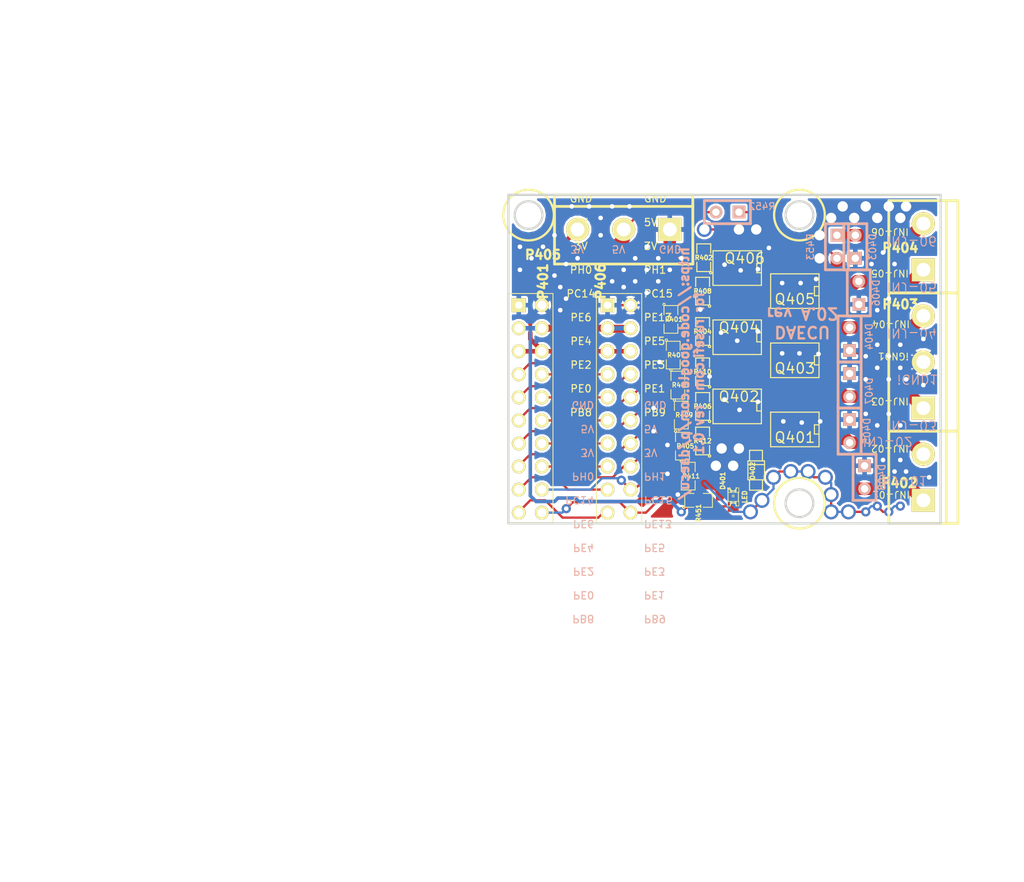
<source format=kicad_pcb>
(kicad_pcb (version 3) (host pcbnew "(2013-07-07 BZR 4022)-stable")
  (title_block (title "6 Channel Injector board") (rev "Spin A R0.2") (company http://code.google.com/p/daecu/))
  (layers (15 F.Cu signal) (0 B.Cu signal) (18 B.Paste user) (19 F.Paste user) (20 B.SilkS user hide) (21 F.SilkS user) (22 B.Mask user) (23 F.Mask user) (28 Edge.Cuts user))
  (net 0 "")
  (net 1 /3V)
  (net 2 /5V)
  (net 3 /INJ-01)
  (net 4 /INJ-01_5V)
  (net 5 /INJ-02)
  (net 6 /INJ-02_5V)
  (net 7 /INJ-03)
  (net 8 /INJ-03_5V)
  (net 9 /INJ-04)
  (net 10 /INJ-04_5V)
  (net 11 /INJ-05)
  (net 12 /INJ-05_5V)
  (net 13 /INJ-06)
  (net 14 /INJ-06_2)
  (net 15 /INJ-06_5V)
  (net 16 /PB8)
  (net 17 /PC14)
  (net 18 /PE0)
  (net 19 /PE2)
  (net 20 /PE4)
  (net 21 /PE6)
  (net 22 /PH0)
  (net 23 /PH1)
  (net 24 GND)
  (net 25 N-000001)
  (net 26 N-0000015)
  (net 27 N-0000016)
  (net 28 N-0000017)
  (net 29 N-0000018)
  (net 30 N-0000019)
  (net 31 N-0000022)
  (net 32 N-0000027)
  (module SO8E_ST (layer F.Cu) (at 201.8665 130.4925 180)
    (fp_text reference Q404 (at -0.1905 1.0795 180) (layer F.SilkS) (effects (font (size 1.143 1.143) (thickness 0.1524))))
    (fp_text value OVP_DRIVER hide)
    (pad 2 smd rect (at -1.905 -2.667 180) (size 0.508 1.143) (layers F.Cu F.Paste F.Mask) (net 9 /INJ-04))
    (pad 3 smd rect (at -1.905 2.667 180) (size 0.508 1.143) (layers F.Cu F.Paste F.Mask) (net 24 GND))
    (pad 2 smd rect (at -0.635 -2.667 180) (size 0.508 1.143) (layers F.Cu F.Paste F.Mask) (net 9 /INJ-04))
    (pad 2 smd rect (at 0.635 -2.667 180) (size 0.508 1.143) (layers F.Cu F.Paste F.Mask) (net 9 /INJ-04))
    (pad 2 smd rect (at 1.905 -2.667 180) (size 0.508 1.143) (layers F.Cu F.Paste F.Mask) (net 9 /INJ-04))
    (pad 3 smd rect (at -0.635 2.667 180) (size 0.508 1.143) (layers F.Cu F.Paste F.Mask) (net 24 GND))
    (pad 3 smd rect (at 0.635 2.667 180) (size 0.508 1.143) (layers F.Cu F.Paste F.Mask) (net 24 GND))
    (pad 1 smd rect (at 1.905 2.667 180) (size 0.508 1.143) (layers F.Cu F.Paste F.Mask) (net 30 N-0000019))
  )
  (module SO8E_ST (layer F.Cu) (at 208.2165 140.6525 180)
    (fp_text reference Q401 (at 0 -0.889 180) (layer F.SilkS) (effects (font (size 1.143 1.143) (thickness 0.1524))))
    (fp_text value OVP_DRIVER hide)
    (pad 2 smd rect (at -1.905 -2.667 180) (size 0.508 1.143) (layers F.Cu F.Paste F.Mask) (net 3 /INJ-01))
    (pad 3 smd rect (at -1.905 2.667 180) (size 0.508 1.143) (layers F.Cu F.Paste F.Mask) (net 24 GND))
    (pad 2 smd rect (at -0.635 -2.667 180) (size 0.508 1.143) (layers F.Cu F.Paste F.Mask) (net 3 /INJ-01))
    (pad 2 smd rect (at 0.635 -2.667 180) (size 0.508 1.143) (layers F.Cu F.Paste F.Mask) (net 3 /INJ-01))
    (pad 2 smd rect (at 1.905 -2.667 180) (size 0.508 1.143) (layers F.Cu F.Paste F.Mask) (net 3 /INJ-01))
    (pad 3 smd rect (at -0.635 2.667 180) (size 0.508 1.143) (layers F.Cu F.Paste F.Mask) (net 24 GND))
    (pad 3 smd rect (at 0.635 2.667 180) (size 0.508 1.143) (layers F.Cu F.Paste F.Mask) (net 24 GND))
    (pad 1 smd rect (at 1.905 2.667 180) (size 0.508 1.143) (layers F.Cu F.Paste F.Mask) (net 27 N-0000016))
  )
  (module SO8E_ST (layer F.Cu) (at 201.8665 138.1125 180)
    (fp_text reference Q402 (at -0.1905 1.0795 180) (layer F.SilkS) (effects (font (size 1.143 1.143) (thickness 0.1524))))
    (fp_text value OVP_DRIVER hide)
    (pad 2 smd rect (at -1.905 -2.667 180) (size 0.508 1.143) (layers F.Cu F.Paste F.Mask) (net 5 /INJ-02))
    (pad 3 smd rect (at -1.905 2.667 180) (size 0.508 1.143) (layers F.Cu F.Paste F.Mask) (net 24 GND))
    (pad 2 smd rect (at -0.635 -2.667 180) (size 0.508 1.143) (layers F.Cu F.Paste F.Mask) (net 5 /INJ-02))
    (pad 2 smd rect (at 0.635 -2.667 180) (size 0.508 1.143) (layers F.Cu F.Paste F.Mask) (net 5 /INJ-02))
    (pad 2 smd rect (at 1.905 -2.667 180) (size 0.508 1.143) (layers F.Cu F.Paste F.Mask) (net 5 /INJ-02))
    (pad 3 smd rect (at -0.635 2.667 180) (size 0.508 1.143) (layers F.Cu F.Paste F.Mask) (net 24 GND))
    (pad 3 smd rect (at 0.635 2.667 180) (size 0.508 1.143) (layers F.Cu F.Paste F.Mask) (net 24 GND))
    (pad 1 smd rect (at 1.905 2.667 180) (size 0.508 1.143) (layers F.Cu F.Paste F.Mask) (net 28 N-0000017))
  )
  (module SO8E_ST (layer F.Cu) (at 208.2165 133.0325 180)
    (fp_text reference Q403 (at 0 -0.889 180) (layer F.SilkS) (effects (font (size 1.143 1.143) (thickness 0.1524))))
    (fp_text value OVP_DRIVER hide)
    (pad 2 smd rect (at -1.905 -2.667 180) (size 0.508 1.143) (layers F.Cu F.Paste F.Mask) (net 7 /INJ-03))
    (pad 3 smd rect (at -1.905 2.667 180) (size 0.508 1.143) (layers F.Cu F.Paste F.Mask) (net 24 GND))
    (pad 2 smd rect (at -0.635 -2.667 180) (size 0.508 1.143) (layers F.Cu F.Paste F.Mask) (net 7 /INJ-03))
    (pad 2 smd rect (at 0.635 -2.667 180) (size 0.508 1.143) (layers F.Cu F.Paste F.Mask) (net 7 /INJ-03))
    (pad 2 smd rect (at 1.905 -2.667 180) (size 0.508 1.143) (layers F.Cu F.Paste F.Mask) (net 7 /INJ-03))
    (pad 3 smd rect (at -0.635 2.667 180) (size 0.508 1.143) (layers F.Cu F.Paste F.Mask) (net 24 GND))
    (pad 3 smd rect (at 0.635 2.667 180) (size 0.508 1.143) (layers F.Cu F.Paste F.Mask) (net 24 GND))
    (pad 1 smd rect (at 1.905 2.667 180) (size 0.508 1.143) (layers F.Cu F.Paste F.Mask) (net 29 N-0000018))
  )
  (module SO8E_ST (layer F.Cu) (at 201.8665 122.8725 180)
    (fp_text reference Q406 (at -0.8255 1.0795 180) (layer F.SilkS) (effects (font (size 1.143 1.143) (thickness 0.1524))))
    (fp_text value OVP_DRIVER hide)
    (pad 2 smd rect (at -1.905 -2.667 180) (size 0.508 1.143) (layers F.Cu F.Paste F.Mask) (net 13 /INJ-06))
    (pad 3 smd rect (at -1.905 2.667 180) (size 0.508 1.143) (layers F.Cu F.Paste F.Mask) (net 24 GND))
    (pad 2 smd rect (at -0.635 -2.667 180) (size 0.508 1.143) (layers F.Cu F.Paste F.Mask) (net 13 /INJ-06))
    (pad 2 smd rect (at 0.635 -2.667 180) (size 0.508 1.143) (layers F.Cu F.Paste F.Mask) (net 13 /INJ-06))
    (pad 2 smd rect (at 1.905 -2.667 180) (size 0.508 1.143) (layers F.Cu F.Paste F.Mask) (net 13 /INJ-06))
    (pad 3 smd rect (at -0.635 2.667 180) (size 0.508 1.143) (layers F.Cu F.Paste F.Mask) (net 24 GND))
    (pad 3 smd rect (at 0.635 2.667 180) (size 0.508 1.143) (layers F.Cu F.Paste F.Mask) (net 24 GND))
    (pad 1 smd rect (at 1.905 2.667 180) (size 0.508 1.143) (layers F.Cu F.Paste F.Mask) (net 31 N-0000022))
  )
  (module SO8E_ST (layer F.Cu) (at 208.2165 125.4125 180)
    (fp_text reference Q405 (at 0 -0.889 180) (layer F.SilkS) (effects (font (size 1.143 1.143) (thickness 0.1524))))
    (fp_text value OVP_DRIVER hide)
    (pad 2 smd rect (at -1.905 -2.667 180) (size 0.508 1.143) (layers F.Cu F.Paste F.Mask) (net 11 /INJ-05))
    (pad 3 smd rect (at -1.905 2.667 180) (size 0.508 1.143) (layers F.Cu F.Paste F.Mask) (net 24 GND))
    (pad 2 smd rect (at -0.635 -2.667 180) (size 0.508 1.143) (layers F.Cu F.Paste F.Mask) (net 11 /INJ-05))
    (pad 2 smd rect (at 0.635 -2.667 180) (size 0.508 1.143) (layers F.Cu F.Paste F.Mask) (net 11 /INJ-05))
    (pad 2 smd rect (at 1.905 -2.667 180) (size 0.508 1.143) (layers F.Cu F.Paste F.Mask) (net 11 /INJ-05))
    (pad 3 smd rect (at -0.635 2.667 180) (size 0.508 1.143) (layers F.Cu F.Paste F.Mask) (net 24 GND))
    (pad 3 smd rect (at 0.635 2.667 180) (size 0.508 1.143) (layers F.Cu F.Paste F.Mask) (net 24 GND))
    (pad 1 smd rect (at 1.905 2.667 180) (size 0.508 1.143) (layers F.Cu F.Paste F.Mask) (net 32 N-0000027))
  )
  (module SM0805 (layer F.Cu) (at 198.0565 141.9225 90)
    (fp_text reference R412 (at 0 0 180) (layer F.SilkS) (effects (font (size 0.508 0.508) (thickness 0.127))))
    (fp_text value 1K hide)
    (pad 1 smd rect (at -0.9525 0 90) (size 0.889 1.397) (layers F.Cu F.Paste F.Mask) (net 24 GND))
    (pad 2 smd rect (at 0.9525 0 90) (size 0.889 1.397) (layers F.Cu F.Paste F.Mask) (net 27 N-0000016))
  )
  (module SM0805 (layer F.Cu) (at 198.0565 138.1125 90)
    (fp_text reference R406 (at 0 0 180) (layer F.SilkS) (effects (font (size 0.508 0.508) (thickness 0.127))))
    (fp_text value 1K hide)
    (pad 1 smd rect (at -0.9525 0 90) (size 0.889 1.397) (layers F.Cu F.Paste F.Mask) (net 24 GND))
    (pad 2 smd rect (at 0.9525 0 90) (size 0.889 1.397) (layers F.Cu F.Paste F.Mask) (net 28 N-0000017))
  )
  (module SM0805 (layer F.Cu) (at 198.0565 129.8575 90)
    (fp_text reference R404 (at 0 0 180) (layer F.SilkS) (effects (font (size 0.508 0.508) (thickness 0.127))))
    (fp_text value 1K hide)
    (pad 1 smd rect (at -0.9525 0 90) (size 0.889 1.397) (layers F.Cu F.Paste F.Mask) (net 24 GND))
    (pad 2 smd rect (at 0.9525 0 90) (size 0.889 1.397) (layers F.Cu F.Paste F.Mask) (net 30 N-0000019))
  )
  (module SM0805 (layer F.Cu) (at 198.0565 134.3025 90)
    (fp_text reference R410 (at 0 0 180) (layer F.SilkS) (effects (font (size 0.508 0.508) (thickness 0.127))))
    (fp_text value 1K hide)
    (pad 1 smd rect (at -0.9525 0 90) (size 0.889 1.397) (layers F.Cu F.Paste F.Mask) (net 24 GND))
    (pad 2 smd rect (at 0.9525 0 90) (size 0.889 1.397) (layers F.Cu F.Paste F.Mask) (net 29 N-0000018))
  )
  (module SM0805 (layer F.Cu) (at 198.1835 121.7295 90)
    (fp_text reference R402 (at 0 0 180) (layer F.SilkS) (effects (font (size 0.508 0.508) (thickness 0.127))))
    (fp_text value 1K hide)
    (pad 1 smd rect (at -0.9525 0 90) (size 0.889 1.397) (layers F.Cu F.Paste F.Mask) (net 24 GND))
    (pad 2 smd rect (at 0.9525 0 90) (size 0.889 1.397) (layers F.Cu F.Paste F.Mask) (net 31 N-0000022))
  )
  (module SM0805 (layer F.Cu) (at 198.0565 125.4125 90)
    (fp_text reference R408 (at 0 0 180) (layer F.SilkS) (effects (font (size 0.508 0.508) (thickness 0.127))))
    (fp_text value 1K hide)
    (pad 1 smd rect (at -0.9525 0 90) (size 0.889 1.397) (layers F.Cu F.Paste F.Mask) (net 24 GND))
    (pad 2 smd rect (at 0.9525 0 90) (size 0.889 1.397) (layers F.Cu F.Paste F.Mask) (net 32 N-0000027))
  )
  (module pin_array_10x2 (layer F.Cu) (at 179.07 138.43 270)
    (fp_text reference P401 (at -14.097 -1.397 270) (layer F.SilkS) (effects (font (size 1.016 1.016) (thickness 0.254))))
    (fp_text value HEADER_10X2 hide)
    (pad 1 thru_hole rect (at -11.47064 1.27 270) (size 1.524 1.524) (drill 0.8128) (layers *.Cu *.Mask F.SilkS) (net 24 GND))
    (pad 2 thru_hole circle (at -11.47064 -1.27 270) (size 1.524 1.524) (drill 1.016) (layers *.Cu *.Mask F.SilkS) (net 24 GND))
    (pad 3 thru_hole circle (at -8.93064 1.27 270) (size 1.524 1.524) (drill 1.016) (layers *.Cu *.Mask F.SilkS) (net 2 /5V))
    (pad 4 thru_hole circle (at -8.93064 -1.27 270) (size 1.524 1.524) (drill 1.016) (layers *.Cu *.Mask F.SilkS) (net 2 /5V))
    (pad 5 thru_hole circle (at -6.39064 1.27 270) (size 1.524 1.524) (drill 1.016) (layers *.Cu *.Mask F.SilkS) (net 1 /3V))
    (pad 6 thru_hole circle (at -6.39064 -1.27 270) (size 1.524 1.524) (drill 1.016) (layers *.Cu *.Mask F.SilkS) (net 1 /3V))
    (pad 7 thru_hole circle (at -3.85064 1.27 270) (size 1.524 1.524) (drill 1.016) (layers *.Cu *.Mask F.SilkS) (net 22 /PH0))
    (pad 8 thru_hole circle (at -3.85064 -1.27 270) (size 1.524 1.524) (drill 1.016) (layers *.Cu *.Mask F.SilkS) (net 23 /PH1))
    (pad 9 thru_hole circle (at -1.31064 1.27 270) (size 1.524 1.524) (drill 1.016) (layers *.Cu *.Mask F.SilkS) (net 17 /PC14))
    (pad 10 thru_hole circle (at -1.31064 -1.27 270) (size 1.524 1.524) (drill 1.016) (layers *.Cu *.Mask F.SilkS) (net 15 /INJ-06_5V))
    (pad 11 thru_hole circle (at 1.22936 1.27 270) (size 1.524 1.524) (drill 1.016) (layers *.Cu *.Mask F.SilkS) (net 21 /PE6))
    (pad 12 thru_hole circle (at 1.22936 -1.27 270) (size 1.524 1.524) (drill 1.016) (layers *.Cu *.Mask F.SilkS) (net 12 /INJ-05_5V))
    (pad 13 thru_hole circle (at 3.76936 1.27 270) (size 1.524 1.524) (drill 1.016) (layers *.Cu *.Mask F.SilkS) (net 20 /PE4))
    (pad 14 thru_hole circle (at 3.76936 -1.27 270) (size 1.524 1.524) (drill 1.016) (layers *.Cu *.Mask F.SilkS) (net 10 /INJ-04_5V))
    (pad 15 thru_hole circle (at 6.30936 1.27 270) (size 1.524 1.524) (drill 1.016) (layers *.Cu *.Mask F.SilkS) (net 19 /PE2))
    (pad 16 thru_hole circle (at 6.30936 -1.27 270) (size 1.524 1.524) (drill 1.016) (layers *.Cu *.Mask F.SilkS) (net 8 /INJ-03_5V))
    (pad 17 thru_hole circle (at 8.84936 1.27 270) (size 1.524 1.524) (drill 1.016) (layers *.Cu *.Mask F.SilkS) (net 18 /PE0))
    (pad 18 thru_hole circle (at 8.84936 -1.27 270) (size 1.524 1.524) (drill 1.016) (layers *.Cu *.Mask F.SilkS) (net 6 /INJ-02_5V))
    (pad 19 thru_hole circle (at 11.38936 1.27 270) (size 1.524 1.524) (drill 1.016) (layers *.Cu *.Mask F.SilkS) (net 16 /PB8))
    (pad 20 thru_hole circle (at 11.38936 -1.27 270) (size 1.524 1.524) (drill 1.016) (layers *.Cu *.Mask F.SilkS) (net 4 /INJ-01_5V))
  )
  (module bornier3 (layer F.Cu) (at 222.377 133.223 90)
    (fp_text reference P403 (at 6.35 -2.54 180) (layer F.SilkS) (effects (font (size 1.016 1.016) (thickness 0.254))))
    (fp_text value CONN_3 hide)
    (pad 1 thru_hole rect (at -5.08 0 90) (size 2.54 2.54) (drill 1.524) (layers *.Cu *.Mask F.SilkS) (net 7 /INJ-03))
    (pad 2 thru_hole circle (at 0 0 90) (size 2.54 2.54) (drill 1.524) (layers *.Cu *.Mask F.SilkS) (net 24 GND))
    (pad 3 thru_hole circle (at 5.08 0 90) (size 2.54 2.54) (drill 1.524) (layers *.Cu *.Mask F.SilkS) (net 9 /INJ-04))
  )
  (module bornier2 (layer F.Cu) (at 222.377 145.923 90)
    (fp_text reference P402 (at -0.635 -2.667 180) (layer F.SilkS) (effects (font (size 1.016 1.016) (thickness 0.254))))
    (fp_text value CONN_2 hide)
    (pad 1 thru_hole rect (at -2.54 0 90) (size 2.54 2.54) (drill 1.524) (layers *.Cu *.Mask F.SilkS) (net 3 /INJ-01))
    (pad 2 thru_hole circle (at 2.54 0 90) (size 2.54 2.54) (drill 1.524) (layers *.Cu *.Mask F.SilkS) (net 5 /INJ-02))
  )
  (module bornier2 (layer F.Cu) (at 222.377 120.523 90)
    (fp_text reference P404 (at -0.127 -2.54 180) (layer F.SilkS) (effects (font (size 1.016 1.016) (thickness 0.254))))
    (fp_text value CONN_2 hide)
    (pad 1 thru_hole rect (at -2.54 0 90) (size 2.54 2.54) (drill 1.524) (layers *.Cu *.Mask F.SilkS) (net 11 /INJ-05))
    (pad 2 thru_hole circle (at 2.54 0 90) (size 2.54 2.54) (drill 1.524) (layers *.Cu *.Mask F.SilkS) (net 14 /INJ-06_2))
  )
  (module pin_array_10x2 (layer F.Cu) (at 188.849 138.43 270)
    (fp_text reference P406 (at -14.097 2.032 270) (layer F.SilkS) (effects (font (size 1.016 1.016) (thickness 0.254))))
    (fp_text value CONN_10X2 hide)
    (pad 1 thru_hole rect (at -11.47064 1.27 270) (size 1.524 1.524) (drill 0.8128) (layers *.Cu *.Mask F.SilkS) (net 24 GND))
    (pad 2 thru_hole circle (at -11.47064 -1.27 270) (size 1.524 1.524) (drill 1.016) (layers *.Cu *.Mask F.SilkS) (net 24 GND))
    (pad 3 thru_hole circle (at -8.93064 1.27 270) (size 1.524 1.524) (drill 1.016) (layers *.Cu *.Mask F.SilkS) (net 2 /5V))
    (pad 4 thru_hole circle (at -8.93064 -1.27 270) (size 1.524 1.524) (drill 1.016) (layers *.Cu *.Mask F.SilkS) (net 2 /5V))
    (pad 5 thru_hole circle (at -6.39064 1.27 270) (size 1.524 1.524) (drill 1.016) (layers *.Cu *.Mask F.SilkS) (net 1 /3V))
    (pad 6 thru_hole circle (at -6.39064 -1.27 270) (size 1.524 1.524) (drill 1.016) (layers *.Cu *.Mask F.SilkS) (net 1 /3V))
    (pad 7 thru_hole circle (at -3.85064 1.27 270) (size 1.524 1.524) (drill 1.016) (layers *.Cu *.Mask F.SilkS) (net 22 /PH0))
    (pad 8 thru_hole circle (at -3.85064 -1.27 270) (size 1.524 1.524) (drill 1.016) (layers *.Cu *.Mask F.SilkS) (net 23 /PH1))
    (pad 9 thru_hole circle (at -1.31064 1.27 270) (size 1.524 1.524) (drill 1.016) (layers *.Cu *.Mask F.SilkS) (net 17 /PC14))
    (pad 10 thru_hole circle (at -1.31064 -1.27 270) (size 1.524 1.524) (drill 1.016) (layers *.Cu *.Mask F.SilkS) (net 15 /INJ-06_5V))
    (pad 11 thru_hole circle (at 1.22936 1.27 270) (size 1.524 1.524) (drill 1.016) (layers *.Cu *.Mask F.SilkS) (net 21 /PE6))
    (pad 12 thru_hole circle (at 1.22936 -1.27 270) (size 1.524 1.524) (drill 1.016) (layers *.Cu *.Mask F.SilkS) (net 12 /INJ-05_5V))
    (pad 13 thru_hole circle (at 3.76936 1.27 270) (size 1.524 1.524) (drill 1.016) (layers *.Cu *.Mask F.SilkS) (net 20 /PE4))
    (pad 14 thru_hole circle (at 3.76936 -1.27 270) (size 1.524 1.524) (drill 1.016) (layers *.Cu *.Mask F.SilkS) (net 10 /INJ-04_5V))
    (pad 15 thru_hole circle (at 6.30936 1.27 270) (size 1.524 1.524) (drill 1.016) (layers *.Cu *.Mask F.SilkS) (net 19 /PE2))
    (pad 16 thru_hole circle (at 6.30936 -1.27 270) (size 1.524 1.524) (drill 1.016) (layers *.Cu *.Mask F.SilkS) (net 8 /INJ-03_5V))
    (pad 17 thru_hole circle (at 8.84936 1.27 270) (size 1.524 1.524) (drill 1.016) (layers *.Cu *.Mask F.SilkS) (net 18 /PE0))
    (pad 18 thru_hole circle (at 8.84936 -1.27 270) (size 1.524 1.524) (drill 1.016) (layers *.Cu *.Mask F.SilkS) (net 6 /INJ-02_5V))
    (pad 19 thru_hole circle (at 11.38936 1.27 270) (size 1.524 1.524) (drill 1.016) (layers *.Cu *.Mask F.SilkS) (net 16 /PB8))
    (pad 20 thru_hole circle (at 11.38936 -1.27 270) (size 1.524 1.524) (drill 1.016) (layers *.Cu *.Mask F.SilkS) (net 4 /INJ-01_5V))
  )
  (module bornier3 (layer F.Cu) (at 189.357 118.618 180)
    (fp_text reference P405 (at 8.89 -2.794 180) (layer F.SilkS) (effects (font (size 1.016 1.016) (thickness 0.254))))
    (fp_text value CONN_3 hide)
    (pad 1 thru_hole rect (at -5.08 0 180) (size 2.54 2.54) (drill 1.524) (layers *.Cu *.Mask F.SilkS) (net 24 GND))
    (pad 2 thru_hole circle (at 0 0 180) (size 2.54 2.54) (drill 1.524) (layers *.Cu *.Mask F.SilkS) (net 2 /5V))
    (pad 3 thru_hole circle (at 5.08 0 180) (size 2.54 2.54) (drill 1.524) (layers *.Cu *.Mask F.SilkS) (net 1 /3V))
  )
  (module SOD-123 (layer F.Cu) (at 203.962 145.161 90)
    (fp_text reference D402 (at -0.0508 -0.4064 90) (layer F.SilkS) (effects (font (size 0.508 0.508) (thickness 0.127))))
    (fp_text value DIODE hide)
    (pad 1 smd rect (at -1.6256 -0.0254 90) (size 0.9652 1.27) (layers F.Cu F.Paste F.Mask) (net 26 N-0000015))
    (pad 2 smd rect (at 1.651 -0.0254 90) (size 0.9652 1.27) (layers F.Cu F.Paste F.Mask) (net 3 /INJ-01))
  )
  (module SM0805 (layer F.Cu) (at 197.612 148.463)
    (fp_text reference R451 (at 0 1.397 90) (layer F.SilkS) (effects (font (size 0.508 0.508) (thickness 0.127))))
    (fp_text value 1K hide)
    (pad 1 smd rect (at -0.9525 0) (size 0.889 1.397) (layers F.Cu F.Paste F.Mask) (net 2 /5V))
    (pad 2 smd rect (at 0.9525 0) (size 0.889 1.397) (layers F.Cu F.Paste F.Mask) (net 25 N-000001))
  )
  (module LED-0805 (layer F.Cu) (at 201.422 148.082 90)
    (fp_text reference D401 (at 1.778 -1.143 90) (layer F.SilkS) (effects (font (size 0.508 0.508) (thickness 0.127))))
    (fp_text value LED (at 0 1.27 90) (layer F.SilkS) (effects (font (size 0.508 0.508) (thickness 0.127))))
    (pad 1 smd rect (at -1.04902 0 90) (size 1.19888 1.19888) (layers F.Cu F.Paste F.Mask) (net 25 N-000001))
    (pad 2 smd rect (at 1.04902 0 90) (size 1.19888 1.19888) (layers F.Cu F.Paste F.Mask) (net 26 N-0000015))
  )
  (module SIL-2 (layer B.Cu) (at 214.884 120.523 90)
    (fp_text reference D403 (at 0 1.905 90) (layer B.SilkS) (effects (font (size 0.762 0.762) (thickness 0.127)) (justify mirror)))
    (fp_text value DIODE hide)
    (pad 1 thru_hole rect (at -1.27 0 90) (size 1.397 1.397) (drill 0.8128) (layers *.Cu *.Mask B.SilkS) (net 24 GND))
    (pad 2 thru_hole circle (at 1.27 0 90) (size 1.397 1.397) (drill 0.8128) (layers *.Cu *.Mask B.SilkS) (net 14 /INJ-06_2))
  )
  (module SIL-2 (layer B.Cu) (at 215.265 125.603 90)
    (fp_text reference D406 (at 0 1.905 90) (layer B.SilkS) (effects (font (size 0.762 0.762) (thickness 0.127)) (justify mirror)))
    (fp_text value DIODE hide)
    (pad 1 thru_hole rect (at -1.27 0 90) (size 1.397 1.397) (drill 0.8128) (layers *.Cu *.Mask B.SilkS) (net 24 GND))
    (pad 2 thru_hole circle (at 1.27 0 90) (size 1.397 1.397) (drill 0.8128) (layers *.Cu *.Mask B.SilkS) (net 11 /INJ-05))
  )
  (module SIL-2 (layer B.Cu) (at 214.249 130.683 90)
    (fp_text reference D404 (at 0.254 2.159 90) (layer B.SilkS) (effects (font (size 0.762 0.762) (thickness 0.127)) (justify mirror)))
    (fp_text value DIODE hide)
    (pad 1 thru_hole rect (at -1.27 0 90) (size 1.397 1.397) (drill 0.8128) (layers *.Cu *.Mask B.SilkS) (net 24 GND))
    (pad 2 thru_hole circle (at 1.27 0 90) (size 1.397 1.397) (drill 0.8128) (layers *.Cu *.Mask B.SilkS) (net 9 /INJ-04))
  )
  (module SIL-2 (layer B.Cu) (at 214.249 135.763 270)
    (fp_text reference D407 (at 0.635 -2.159 270) (layer B.SilkS) (effects (font (size 0.762 0.762) (thickness 0.127)) (justify mirror)))
    (fp_text value DIODE hide)
    (pad 1 thru_hole rect (at -1.27 0 270) (size 1.397 1.397) (drill 0.8128) (layers *.Cu *.Mask B.SilkS) (net 24 GND))
    (pad 2 thru_hole circle (at 1.27 0 270) (size 1.397 1.397) (drill 0.8128) (layers *.Cu *.Mask B.SilkS) (net 7 /INJ-03))
  )
  (module SIL-2 (layer B.Cu) (at 214.249 140.843 270)
    (fp_text reference D405 (at 0 -1.905 270) (layer B.SilkS) (effects (font (size 0.762 0.762) (thickness 0.127)) (justify mirror)))
    (fp_text value DIODE hide)
    (pad 1 thru_hole rect (at -1.27 0 270) (size 1.397 1.397) (drill 0.8128) (layers *.Cu *.Mask B.SilkS) (net 24 GND))
    (pad 2 thru_hole circle (at 1.27 0 270) (size 1.397 1.397) (drill 0.8128) (layers *.Cu *.Mask B.SilkS) (net 5 /INJ-02))
  )
  (module SIL-2 (layer B.Cu) (at 215.9 145.923 270)
    (fp_text reference D408 (at 0 -1.905 270) (layer B.SilkS) (effects (font (size 0.762 0.762) (thickness 0.127)) (justify mirror)))
    (fp_text value DIODE hide)
    (pad 1 thru_hole rect (at -1.27 0 270) (size 1.397 1.397) (drill 0.8128) (layers *.Cu *.Mask B.SilkS) (net 24 GND))
    (pad 2 thru_hole circle (at 1.27 0 270) (size 1.397 1.397) (drill 0.8128) (layers *.Cu *.Mask B.SilkS) (net 3 /INJ-01))
  )
  (module SIL-2 (layer B.Cu) (at 200.787 116.713 180)
    (fp_text reference R452 (at -3.81 0.635 180) (layer B.SilkS) (effects (font (size 0.762 0.762) (thickness 0.127)) (justify mirror)))
    (fp_text value OPT hide)
    (pad 1 thru_hole rect (at -1.27 0 180) (size 1.397 1.397) (drill 0.8128) (layers *.Cu *.Mask B.SilkS) (net 13 /INJ-06))
    (pad 2 thru_hole circle (at 1.27 0 180) (size 1.397 1.397) (drill 0.8128) (layers *.Cu *.Mask B.SilkS) (net 2 /5V))
  )
  (module SIL-2 (layer B.Cu) (at 212.852 120.523 270)
    (fp_text reference R453 (at 0 2.921 270) (layer B.SilkS) (effects (font (size 0.762 0.762) (thickness 0.127)) (justify mirror)))
    (fp_text value 0R hide)
    (pad 1 thru_hole rect (at -1.27 0 270) (size 1.397 1.397) (drill 0.8128) (layers *.Cu *.Mask B.SilkS) (net 14 /INJ-06_2))
    (pad 2 thru_hole circle (at 1.27 0 270) (size 1.397 1.397) (drill 0.8128) (layers *.Cu *.Mask B.SilkS) (net 13 /INJ-06))
  )
  (module SM0805 (layer F.Cu) (at 194.564 128.524 270)
    (fp_text reference R401 (at 0 -0.3175 360) (layer F.SilkS) (effects (font (size 0.50038 0.50038) (thickness 0.10922))))
    (fp_text value 20R hide)
    (pad 1 smd rect (at -0.9525 0 270) (size 0.889 1.397) (layers F.Cu F.Paste F.Mask) (net 31 N-0000022))
    (pad 2 smd rect (at 0.9525 0 270) (size 0.889 1.397) (layers F.Cu F.Paste F.Mask) (net 15 /INJ-06_5V))
  )
  (module SM0805 (layer F.Cu) (at 194.818 132.461 270)
    (fp_text reference R407 (at 0 -0.3175 360) (layer F.SilkS) (effects (font (size 0.50038 0.50038) (thickness 0.10922))))
    (fp_text value 20R hide)
    (pad 1 smd rect (at -0.9525 0 270) (size 0.889 1.397) (layers F.Cu F.Paste F.Mask) (net 32 N-0000027))
    (pad 2 smd rect (at 0.9525 0 270) (size 0.889 1.397) (layers F.Cu F.Paste F.Mask) (net 12 /INJ-05_5V))
  )
  (module SM0805 (layer F.Cu) (at 195.326 135.763 270)
    (fp_text reference R403 (at 0 -0.3175 360) (layer F.SilkS) (effects (font (size 0.50038 0.50038) (thickness 0.10922))))
    (fp_text value 20R hide)
    (pad 1 smd rect (at -0.9525 0 270) (size 0.889 1.397) (layers F.Cu F.Paste F.Mask) (net 30 N-0000019))
    (pad 2 smd rect (at 0.9525 0 270) (size 0.889 1.397) (layers F.Cu F.Paste F.Mask) (net 10 /INJ-04_5V))
  )
  (module SM0805 (layer F.Cu) (at 195.707 139.065 270)
    (fp_text reference R409 (at 0 -0.3175 360) (layer F.SilkS) (effects (font (size 0.50038 0.50038) (thickness 0.10922))))
    (fp_text value 20R hide)
    (pad 1 smd rect (at -0.9525 0 270) (size 0.889 1.397) (layers F.Cu F.Paste F.Mask) (net 29 N-0000018))
    (pad 2 smd rect (at 0.9525 0 270) (size 0.889 1.397) (layers F.Cu F.Paste F.Mask) (net 8 /INJ-03_5V))
  )
  (module SM0805 (layer F.Cu) (at 195.834 142.494 270)
    (fp_text reference R405 (at 0 -0.3175 360) (layer F.SilkS) (effects (font (size 0.50038 0.50038) (thickness 0.10922))))
    (fp_text value 20R hide)
    (pad 1 smd rect (at -0.9525 0 270) (size 0.889 1.397) (layers F.Cu F.Paste F.Mask) (net 28 N-0000017))
    (pad 2 smd rect (at 0.9525 0 270) (size 0.889 1.397) (layers F.Cu F.Paste F.Mask) (net 6 /INJ-02_5V))
  )
  (module SM0805 (layer F.Cu) (at 196.469 145.796 270)
    (fp_text reference R411 (at 0 -0.3175 360) (layer F.SilkS) (effects (font (size 0.50038 0.50038) (thickness 0.10922))))
    (fp_text value 20R hide)
    (pad 1 smd rect (at -0.9525 0 270) (size 0.889 1.397) (layers F.Cu F.Paste F.Mask) (net 27 N-0000016))
    (pad 2 smd rect (at 0.9525 0 270) (size 0.889 1.397) (layers F.Cu F.Paste F.Mask) (net 4 /INJ-01_5V))
  )
  (gr_text "3V     5V      GND" (at 189.611 120.777 180) (layer B.SilkS) (effects (font (size 0.8128 0.8128) (thickness 0.127)) (justify mirror)))
  (gr_text "PB8\n\nPE0\n\nPE2\n\nPE4\n\nPE6\n\nPC14\n\nPH0\n\n3V\n\n5V\n\nGND" (at 186.182 149.733 180) (layer B.SilkS) (effects (font (size 0.8128 0.8128) (thickness 0.127)) (justify right mirror)))
  (gr_text "PB9\n\nPE1\n\nPE3\n\nPE5\n\nPE13\n\nPC15\n\nPH1\n\n3V\n\n5V\n\nGND" (at 191.516 149.733 180) (layer B.SilkS) (effects (font (size 0.8128 0.8128) (thickness 0.127)) (justify left mirror)))
  (gr_text "GND\n\n5V\n\n3V\n\nPH1\n\nPC15\n\nPE13\n\nPE5\n\nPE3\n\nPE1\n\nPB9" (at 191.516 127) (layer F.SilkS) (effects (font (size 0.8128 0.8128) (thickness 0.127)) (justify left)))
  (gr_text "GND\n\n5V\n\n3V\n\nPH0\n\nPC14\n\nPE6\n\nPE4\n\nPE2\n\nPE0\n\nPB8" (at 184.658 127) (layer F.SilkS) (effects (font (size 0.8128 0.8128) (thickness 0.127))))
  (gr_line (start 224.282 114.808) (end 176.657 114.808) (angle 90) (layer Edge.Cuts) (width 0.254))
  (gr_line (start 224.282 151.003) (end 176.657 151.003) (angle 90) (layer Edge.Cuts) (width 0.254))
  (gr_line (start 224.282 114.808) (end 224.282 151.003) (angle 90) (layer Edge.Cuts) (width 0.254))
  (gr_line (start 176.657 151.003) (end 176.657 114.808) (angle 90) (layer Edge.Cuts) (width 0.254))
  (gr_circle (center 208.7245 148.7805) (end 211.5185 148.7805) (layer F.SilkS) (width 0.254))
  (gr_circle (center 208.7245 117.0305) (end 211.5185 117.0305) (layer F.SilkS) (width 0.254))
  (gr_circle (center 178.8795 117.0305) (end 181.6735 117.0305) (layer F.SilkS) (width 0.254))
  (gr_circle (center 208.7245 148.7805) (end 210.2485 148.7805) (layer Edge.Cuts) (width 0.254))
  (gr_circle (center 208.7245 117.0305) (end 210.2485 117.0305) (layer Edge.Cuts) (width 0.254))
  (gr_text "DAECU\nrev A.02" (at 209.042 128.905 180) (layer B.SilkS) (effects (font (size 1.27 1.27) (thickness 0.254)) (justify mirror)))
  (gr_circle (center 178.8795 117.0305) (end 180.4035 117.0305) (layer Edge.Cuts) (width 0.254))
  (gr_text "https://code.google.com/p/daecu/\nfor rusefi.com  rev 0.1" (at 196.85 134.493 90) (layer B.SilkS) (effects (font (size 1.016 1.016) (thickness 0.254)) (justify mirror)))
  (gr_text INJ-01 (at 218.821 147.828 180) (layer F.SilkS) (effects (font (size 0.762 0.762) (thickness 0.1143))))
  (gr_text INJ-02 (at 218.694 142.748 180) (layer F.SilkS) (effects (font (size 0.762 0.762) (thickness 0.1143))))
  (gr_text INJ-03 (at 218.694 137.541 180) (layer F.SilkS) (effects (font (size 0.762 0.762) (thickness 0.1143))))
  (gr_text INJ-06 (at 218.694 118.872 180) (layer F.SilkS) (effects (font (size 0.762 0.762) (thickness 0.1143))))
  (gr_text INJ-05 (at 218.694 123.444 180) (layer F.SilkS) (effects (font (size 0.762 0.762) (thickness 0.1143))))
  (gr_text INJ-04 (at 218.821 129.032 180) (layer F.SilkS) (effects (font (size 0.762 0.762) (thickness 0.1143))))
  (gr_text iGND1 (at 219.075 132.588 180) (layer F.SilkS) (effects (font (size 0.762 0.762) (thickness 0.1143))))
  (gr_text INJ-04 (at 221.107 130.048 180) (layer B.SilkS) (effects (font (size 1.016 1.016) (thickness 0.1143)) (justify mirror)))
  (gr_text INJ-05 (at 221.107 124.968 180) (layer B.SilkS) (effects (font (size 1.016 1.016) (thickness 0.1143)) (justify mirror)))
  (gr_text INJ-06 (at 221.107 119.888 180) (layer B.SilkS) (effects (font (size 1.016 1.016) (thickness 0.1143)) (justify mirror)))
  (gr_text INJ-03 (at 221.107 140.208 180) (layer B.SilkS) (effects (font (size 1.016 1.016) (thickness 0.1143)) (justify mirror)))
  (gr_text iGND1 (at 221.742 135.128 180) (layer B.SilkS) (effects (font (size 1.016 1.016) (thickness 0.1143)) (justify mirror)))
  (gr_text INJ-02 (at 218.44 141.986 180) (layer B.SilkS) (effects (font (size 1.016 1.016) (thickness 0.1143)) (justify mirror)))
  (gr_text INJ-01 (at 220.091 146.304 180) (layer B.SilkS) (effects (font (size 1.016 1.016) (thickness 0.1143)) (justify mirror)))
  (segment (start 214.122 149.733) (end 216.027 149.733) (width 0.254) (layer F.Cu) (net 0))
  (via (at 219.837 149.098) (size 1.016) (layers F.Cu B.Cu) (net 0))
  (segment (start 219.202 149.098) (end 219.837 149.098) (width 0.254) (layer B.Cu) (net 0))
  (segment (start 218.567 149.733) (end 219.202 149.098) (width 0.254) (layer B.Cu) (net 0))
  (via (at 218.567 149.733) (size 1.016) (layers F.Cu B.Cu) (net 0))
  (segment (start 217.932 149.733) (end 218.567 149.733) (width 0.254) (layer F.Cu) (net 0))
  (segment (start 217.297 149.098) (end 217.932 149.733) (width 0.254) (layer F.Cu) (net 0))
  (via (at 217.297 149.098) (size 1.016) (layers F.Cu B.Cu) (net 0))
  (segment (start 216.662 149.098) (end 217.297 149.098) (width 0.254) (layer B.Cu) (net 0))
  (segment (start 216.027 149.733) (end 216.662 149.098) (width 0.254) (layer B.Cu) (net 0))
  (via (at 216.027 149.733) (size 1.016) (layers F.Cu B.Cu) (net 0))
  (via (at 214.122 149.733) (size 1.651) (drill 1.143) (layers F.Cu B.Cu) (net 0))
  (segment (start 212.217 149.733) (end 214.122 149.733) (width 0.254) (layer B.Cu) (net 0))
  (via (at 212.217 149.733) (size 1.651) (drill 1.143) (layers F.Cu B.Cu) (net 0))
  (segment (start 212.217 147.828) (end 212.217 149.733) (width 0.254) (layer F.Cu) (net 0))
  (via (at 212.217 147.828) (size 1.651) (drill 1.143) (layers F.Cu B.Cu) (net 0))
  (segment (start 212.217 146.558) (end 212.217 147.828) (width 0.254) (layer B.Cu) (net 0))
  (segment (start 211.582 145.923) (end 212.217 146.558) (width 0.254) (layer B.Cu) (net 0))
  (via (at 211.582 145.923) (size 1.651) (drill 1.143) (layers F.Cu B.Cu) (net 0))
  (segment (start 210.312 145.923) (end 211.582 145.923) (width 0.254) (layer F.Cu) (net 0))
  (segment (start 209.677 145.288) (end 210.312 145.923) (width 0.254) (layer F.Cu) (net 0))
  (via (at 209.677 145.288) (size 1.651) (drill 1.143) (layers F.Cu B.Cu) (net 0))
  (segment (start 207.772 145.288) (end 209.677 145.288) (width 0.254) (layer B.Cu) (net 0))
  (via (at 207.772 145.288) (size 1.651) (drill 1.143) (layers F.Cu B.Cu) (net 0))
  (segment (start 206.502 145.288) (end 207.772 145.288) (width 0.254) (layer F.Cu) (net 0))
  (segment (start 205.867 145.923) (end 206.502 145.288) (width 0.254) (layer F.Cu) (net 0))
  (via (at 205.867 145.923) (size 1.651) (drill 1.143) (layers F.Cu B.Cu) (net 0))
  (segment (start 205.867 147.193) (end 205.867 145.923) (width 0.254) (layer B.Cu) (net 0))
  (segment (start 204.597 148.463) (end 205.867 147.193) (width 0.254) (layer B.Cu) (net 0))
  (via (at 204.597 148.463) (size 1.651) (drill 1.143) (layers F.Cu B.Cu) (net 0))
  (segment (start 203.327 149.733) (end 204.597 148.463) (width 0.254) (layer F.Cu) (net 0))
  (via (at 203.327 149.733) (size 1.651) (drill 1.143) (layers F.Cu B.Cu) (net 0))
  (segment (start 201.422 149.733) (end 203.327 149.733) (width 0.254) (layer B.Cu) (net 0))
  (segment (start 198.247 146.558) (end 201.422 149.733) (width 0.254) (layer B.Cu) (net 0))
  (via (at 198.247 118.618) (size 1.651) (drill 1.143) (layers F.Cu B.Cu) (net 0))
  (segment (start 200.152 118.618) (end 198.247 118.618) (width 0.254) (layer F.Cu) (net 0))
  (segment (start 179.07 128.2446) (end 179.07 125.8062) (width 0.39116) (layer F.Cu) (net 1))
  (segment (start 178.9684 125.7046) (end 179.07 125.7046) (width 0.39116) (layer F.Cu) (net 1))
  (segment (start 179.07 125.8062) (end 178.9684 125.7046) (width 0.39116) (layer F.Cu) (net 1))
  (segment (start 179.07 129.9972) (end 179.07 128.9558) (width 0.39116) (layer F.Cu) (net 1))
  (segment (start 180.34 132.03936) (end 180.34 131.953) (width 0.508) (layer F.Cu) (net 1))
  (segment (start 179.07 123.825) (end 184.277 118.618) (width 0.508) (layer F.Cu) (net 1))
  (segment (start 179.07 130.683) (end 179.07 129.9972) (width 0.508) (layer F.Cu) (net 1))
  (segment (start 179.07 128.9558) (end 179.07 128.2446) (width 0.508) (layer F.Cu) (net 1))
  (segment (start 179.07 125.7046) (end 179.07 123.825) (width 0.508) (layer F.Cu) (net 1))
  (segment (start 180.34 131.953) (end 179.07 130.683) (width 0.508) (layer F.Cu) (net 1))
  (segment (start 177.8 132.03936) (end 180.34 132.03936) (width 0.508) (layer F.Cu) (net 1))
  (segment (start 180.34 132.03936) (end 187.579 132.03936) (width 0.508) (layer F.Cu) (net 1))
  (segment (start 187.579 132.03936) (end 190.119 132.03936) (width 0.508) (layer F.Cu) (net 1))
  (segment (start 179.07 129.49936) (end 179.07 147.955) (width 0.39116) (layer B.Cu) (net 2))
  (segment (start 196.6595 148.7805) (end 196.6595 148.463) (width 0.39116) (layer F.Cu) (net 2))
  (segment (start 195.707 149.733) (end 196.6595 148.7805) (width 0.39116) (layer F.Cu) (net 2))
  (via (at 195.707 149.733) (size 1.016) (layers F.Cu B.Cu) (net 2))
  (segment (start 194.564 148.59) (end 195.707 149.733) (width 0.39116) (layer B.Cu) (net 2))
  (segment (start 184.404 148.59) (end 194.564 148.59) (width 0.39116) (layer B.Cu) (net 2))
  (segment (start 184.023 148.209) (end 184.404 148.59) (width 0.39116) (layer B.Cu) (net 2))
  (segment (start 182.118 148.209) (end 184.023 148.209) (width 0.39116) (layer B.Cu) (net 2))
  (segment (start 181.737 148.59) (end 182.118 148.209) (width 0.39116) (layer B.Cu) (net 2))
  (segment (start 180.0098 148.59) (end 181.737 148.59) (width 0.39116) (layer B.Cu) (net 2))
  (segment (start 179.705 148.59) (end 180.0098 148.59) (width 0.39116) (layer B.Cu) (net 2))
  (segment (start 179.07 147.955) (end 179.705 148.59) (width 0.39116) (layer B.Cu) (net 2))
  (segment (start 189.357 118.618) (end 189.357 119.634) (width 1.38176) (layer F.Cu) (net 2))
  (segment (start 185.166 123.825) (end 185.166 129.49936) (width 1.38176) (layer F.Cu) (net 2))
  (segment (start 189.357 119.634) (end 185.166 123.825) (width 1.38176) (layer F.Cu) (net 2))
  (segment (start 199.517 116.713) (end 191.262 116.713) (width 0.254) (layer F.Cu) (net 2))
  (segment (start 191.262 116.713) (end 189.357 118.618) (width 0.254) (layer F.Cu) (net 2))
  (segment (start 180.34 129.49936) (end 179.07 129.49936) (width 0.508) (layer B.Cu) (net 2))
  (segment (start 179.07 129.49936) (end 179.197 129.49936) (width 0.508) (layer B.Cu) (net 2))
  (segment (start 179.197 129.49936) (end 177.8 129.49936) (width 0.508) (layer B.Cu) (net 2))
  (segment (start 180.34 129.49936) (end 185.166 129.49936) (width 0.762) (layer F.Cu) (net 2))
  (segment (start 185.166 129.49936) (end 189.23 129.49936) (width 0.762) (layer F.Cu) (net 2))
  (segment (start 188.087 129.62636) (end 189.484 129.62636) (width 0.762) (layer F.Cu) (net 2))
  (segment (start 190.119 129.49936) (end 187.579 129.49936) (width 0.508) (layer B.Cu) (net 2))
  (segment (start 189.484 129.62636) (end 187.579 129.49936) (width 0.762) (layer F.Cu) (net 2))
  (segment (start 210.1215 143.3195) (end 212.1535 143.3195) (width 1.38176) (layer F.Cu) (net 3))
  (segment (start 215.138 147.193) (end 215.9 147.193) (width 1.38176) (layer F.Cu) (net 3))
  (segment (start 213.868 145.923) (end 215.138 147.193) (width 1.38176) (layer F.Cu) (net 3))
  (segment (start 213.868 145.034) (end 213.868 145.923) (width 1.38176) (layer F.Cu) (net 3))
  (segment (start 212.1535 143.3195) (end 213.868 145.034) (width 1.38176) (layer F.Cu) (net 3))
  (segment (start 206.3115 143.3195) (end 204.1271 143.3195) (width 1.38176) (layer F.Cu) (net 3))
  (segment (start 204.1271 143.3195) (end 203.9366 143.51) (width 1.38176) (layer F.Cu) (net 3))
  (segment (start 215.9 147.193) (end 221.107 147.193) (width 1.38176) (layer F.Cu) (net 3))
  (segment (start 221.107 147.193) (end 222.377 148.463) (width 1.38176) (layer F.Cu) (net 3))
  (segment (start 208.8515 143.3195) (end 210.1215 143.3195) (width 1.38176) (layer F.Cu) (net 3))
  (segment (start 206.3115 143.3195) (end 207.5815 143.3195) (width 1.38176) (layer F.Cu) (net 3))
  (segment (start 207.5815 143.3195) (end 208.8515 143.3195) (width 1.38176) (layer F.Cu) (net 3))
  (segment (start 190.119 149.81936) (end 190.07836 149.81936) (width 0.254) (layer F.Cu) (net 4))
  (segment (start 182.59044 149.81936) (end 180.34 149.81936) (width 0.254) (layer B.Cu) (net 4))
  (segment (start 183.0324 149.3774) (end 182.59044 149.81936) (width 0.254) (layer B.Cu) (net 4))
  (via (at 183.0324 149.3774) (size 1.016) (layers F.Cu B.Cu) (net 4))
  (segment (start 183.7436 148.6662) (end 183.0324 149.3774) (width 0.254) (layer F.Cu) (net 4))
  (segment (start 188.9252 148.6662) (end 183.7436 148.6662) (width 0.254) (layer F.Cu) (net 4))
  (segment (start 190.07836 149.81936) (end 188.9252 148.6662) (width 0.254) (layer F.Cu) (net 4))
  (segment (start 190.119 149.81936) (end 191.81064 149.81936) (width 0.254) (layer F.Cu) (net 4))
  (segment (start 194.8815 146.7485) (end 196.469 146.7485) (width 0.254) (layer F.Cu) (net 4))
  (segment (start 191.81064 149.81936) (end 194.8815 146.7485) (width 0.254) (layer F.Cu) (net 4))
  (segment (start 203.7715 140.7795) (end 204.581762 140.7795) (width 1.38176) (layer F.Cu) (net 5))
  (segment (start 213.819738 141.683738) (end 214.249 142.113) (width 1.38176) (layer F.Cu) (net 5))
  (segment (start 205.486 141.683738) (end 213.819738 141.683738) (width 1.38176) (layer F.Cu) (net 5))
  (segment (start 204.581762 140.7795) (end 205.486 141.683738) (width 1.38176) (layer F.Cu) (net 5))
  (segment (start 214.249 142.113) (end 221.107 142.113) (width 1.38176) (layer F.Cu) (net 5))
  (segment (start 221.107 142.113) (end 222.377 143.383) (width 1.38176) (layer F.Cu) (net 5))
  (segment (start 202.5015 140.7795) (end 203.7715 140.7795) (width 1.38176) (layer F.Cu) (net 5))
  (segment (start 201.2315 140.7795) (end 202.5015 140.7795) (width 1.38176) (layer F.Cu) (net 5))
  (segment (start 199.9615 140.7795) (end 201.2315 140.7795) (width 1.38176) (layer F.Cu) (net 5))
  (segment (start 190.119 147.27936) (end 190.119 147.2692) (width 0.254) (layer F.Cu) (net 6))
  (segment (start 185.71464 147.27936) (end 180.34 147.27936) (width 0.254) (layer B.Cu) (net 6))
  (segment (start 186.9694 146.0246) (end 185.71464 147.27936) (width 0.254) (layer B.Cu) (net 6))
  (segment (start 188.8744 146.0246) (end 186.9694 146.0246) (width 0.254) (layer B.Cu) (net 6))
  (segment (start 189.103 146.2532) (end 188.8744 146.0246) (width 0.254) (layer B.Cu) (net 6))
  (via (at 189.103 146.2532) (size 1.016) (layers F.Cu B.Cu) (net 6))
  (segment (start 190.119 147.2692) (end 189.103 146.2532) (width 0.254) (layer F.Cu) (net 6))
  (segment (start 190.119 147.27936) (end 190.54064 147.27936) (width 0.254) (layer F.Cu) (net 6))
  (segment (start 194.3735 143.4465) (end 195.834 143.4465) (width 0.254) (layer F.Cu) (net 6))
  (segment (start 190.54064 147.27936) (end 194.3735 143.4465) (width 0.254) (layer F.Cu) (net 6))
  (segment (start 210.1215 135.6995) (end 212.4075 135.6995) (width 1.38176) (layer F.Cu) (net 7))
  (segment (start 213.741 137.033) (end 214.249 137.033) (width 1.38176) (layer F.Cu) (net 7))
  (segment (start 212.4075 135.6995) (end 213.741 137.033) (width 1.38176) (layer F.Cu) (net 7))
  (segment (start 214.249 137.033) (end 221.107 137.033) (width 1.38176) (layer F.Cu) (net 7))
  (segment (start 221.107 137.033) (end 222.377 138.303) (width 1.38176) (layer F.Cu) (net 7))
  (segment (start 208.8515 135.6995) (end 210.1215 135.6995) (width 1.38176) (layer F.Cu) (net 7))
  (segment (start 206.3115 135.6995) (end 207.5815 135.6995) (width 1.38176) (layer F.Cu) (net 7))
  (segment (start 207.5815 135.6995) (end 208.8515 135.6995) (width 1.38176) (layer F.Cu) (net 7))
  (segment (start 190.119 144.73936) (end 190.119 144.6911) (width 0.254) (layer F.Cu) (net 8))
  (segment (start 194.7926 140.0175) (end 195.707 140.0175) (width 0.254) (layer F.Cu) (net 8))
  (segment (start 190.119 144.6911) (end 194.7926 140.0175) (width 0.254) (layer F.Cu) (net 8))
  (segment (start 190.119 144.73936) (end 189.34684 144.73936) (width 0.254) (layer F.Cu) (net 8))
  (segment (start 189.34684 144.73936) (end 188.1632 145.923) (width 0.254) (layer F.Cu) (net 8))
  (segment (start 183.261 145.923) (end 188.1632 145.923) (width 0.254) (layer F.Cu) (net 8))
  (segment (start 180.34 144.73936) (end 182.07736 144.73936) (width 0.254) (layer F.Cu) (net 8))
  (segment (start 182.07736 144.73936) (end 183.261 145.923) (width 0.254) (layer F.Cu) (net 8))
  (segment (start 204.08646 133.1595) (end 205.1685 133.1595) (width 1.38176) (layer F.Cu) (net 9))
  (segment (start 213.741 129.413) (end 214.249 129.413) (width 1.38176) (layer F.Cu) (net 9))
  (segment (start 212.471 130.683) (end 213.741 129.413) (width 1.38176) (layer F.Cu) (net 9))
  (segment (start 212.471 133.174738) (end 212.471 130.683) (width 1.38176) (layer F.Cu) (net 9))
  (segment (start 211.582 134.063738) (end 212.471 133.174738) (width 1.38176) (layer F.Cu) (net 9))
  (segment (start 206.072738 134.063738) (end 211.582 134.063738) (width 1.38176) (layer F.Cu) (net 9))
  (segment (start 205.1685 133.1595) (end 206.072738 134.063738) (width 1.38176) (layer F.Cu) (net 9))
  (segment (start 214.249 129.413) (end 221.107 129.413) (width 1.38176) (layer F.Cu) (net 9))
  (segment (start 221.107 129.413) (end 222.377 128.143) (width 1.38176) (layer F.Cu) (net 9))
  (segment (start 202.5015 133.1595) (end 204.08646 133.1595) (width 1.38176) (layer F.Cu) (net 9))
  (segment (start 199.9615 133.1595) (end 201.2315 133.1595) (width 1.38176) (layer F.Cu) (net 9))
  (segment (start 204.08646 133.1595) (end 203.7715 133.1595) (width 1.38176) (layer F.Cu) (net 9))
  (segment (start 201.2315 133.1595) (end 202.5015 133.1595) (width 1.38176) (layer F.Cu) (net 9))
  (segment (start 195.326 136.7155) (end 195.326 136.779) (width 0.254) (layer F.Cu) (net 10))
  (segment (start 190.03264 142.19936) (end 190.119 142.19936) (width 0.254) (layer F.Cu) (net 10))
  (segment (start 194.183 138.049) (end 190.03264 142.19936) (width 0.254) (layer F.Cu) (net 10))
  (segment (start 194.183 137.922) (end 194.183 138.049) (width 0.254) (layer F.Cu) (net 10))
  (segment (start 195.326 136.779) (end 194.183 137.922) (width 0.254) (layer F.Cu) (net 10))
  (segment (start 190.119 142.19936) (end 189.77864 142.19936) (width 0.254) (layer F.Cu) (net 10))
  (segment (start 189.77864 142.19936) (end 188.595 143.383) (width 0.254) (layer F.Cu) (net 10))
  (segment (start 180.34 142.19936) (end 182.20436 142.19936) (width 0.254) (layer F.Cu) (net 10))
  (segment (start 183.388 143.383) (end 188.595 143.383) (width 0.254) (layer F.Cu) (net 10))
  (segment (start 182.20436 142.19936) (end 183.388 143.383) (width 0.254) (layer F.Cu) (net 10))
  (segment (start 215.265 124.333) (end 215.021632 124.333) (width 1.38176) (layer F.Cu) (net 11))
  (segment (start 211.275132 128.0795) (end 210.1215 128.0795) (width 1.38176) (layer F.Cu) (net 11))
  (segment (start 215.021632 124.333) (end 211.275132 128.0795) (width 1.38176) (layer F.Cu) (net 11))
  (segment (start 215.265 124.333) (end 221.107 124.333) (width 1.38176) (layer F.Cu) (net 11))
  (segment (start 221.107 124.333) (end 222.377 123.063) (width 1.38176) (layer F.Cu) (net 11))
  (segment (start 207.5815 128.0795) (end 208.8515 128.0795) (width 1.38176) (layer F.Cu) (net 11))
  (segment (start 208.8515 128.0795) (end 210.1215 128.0795) (width 1.38176) (layer F.Cu) (net 11))
  (segment (start 206.3115 128.0795) (end 207.5815 128.0795) (width 1.38176) (layer F.Cu) (net 11))
  (segment (start 194.818 133.4135) (end 194.818 133.604) (width 0.254) (layer F.Cu) (net 12))
  (segment (start 190.03264 139.65936) (end 190.119 139.65936) (width 0.254) (layer F.Cu) (net 12))
  (segment (start 193.675 136.017) (end 190.03264 139.65936) (width 0.254) (layer F.Cu) (net 12))
  (segment (start 193.675 134.747) (end 193.675 136.017) (width 0.254) (layer F.Cu) (net 12))
  (segment (start 194.818 133.604) (end 193.675 134.747) (width 0.254) (layer F.Cu) (net 12))
  (segment (start 190.119 139.65936) (end 189.65164 139.65936) (width 0.254) (layer F.Cu) (net 12))
  (segment (start 189.65164 139.65936) (end 188.468 140.843) (width 0.254) (layer F.Cu) (net 12))
  (segment (start 180.34 139.65936) (end 182.33136 139.65936) (width 0.254) (layer F.Cu) (net 12))
  (segment (start 183.515 140.843) (end 188.468 140.843) (width 0.254) (layer F.Cu) (net 12))
  (segment (start 182.33136 139.65936) (end 183.515 140.843) (width 0.254) (layer F.Cu) (net 12))
  (segment (start 203.7715 125.5395) (end 205.0415 125.5395) (width 1.38176) (layer F.Cu) (net 13))
  (segment (start 212.852 124.189316) (end 212.852 121.793) (width 1.38176) (layer F.Cu) (net 13))
  (segment (start 210.597578 126.443738) (end 212.852 124.189316) (width 1.38176) (layer F.Cu) (net 13))
  (segment (start 205.945738 126.443738) (end 210.597578 126.443738) (width 1.38176) (layer F.Cu) (net 13))
  (segment (start 205.0415 125.5395) (end 205.945738 126.443738) (width 1.38176) (layer F.Cu) (net 13))
  (segment (start 212.852 121.793) (end 211.582 120.523) (width 0.254) (layer F.Cu) (net 13))
  (segment (start 211.582 120.523) (end 207.772 120.523) (width 0.254) (layer F.Cu) (net 13))
  (segment (start 207.772 120.523) (end 203.962 116.713) (width 0.254) (layer F.Cu) (net 13))
  (segment (start 203.962 116.713) (end 202.057 116.713) (width 0.254) (layer F.Cu) (net 13))
  (segment (start 202.5015 125.5395) (end 203.7715 125.5395) (width 1.38176) (layer F.Cu) (net 13))
  (segment (start 201.2315 125.5395) (end 202.5015 125.5395) (width 1.38176) (layer F.Cu) (net 13))
  (segment (start 199.9615 125.5395) (end 201.2315 125.5395) (width 1.38176) (layer F.Cu) (net 13))
  (segment (start 214.884 119.253) (end 221.107 119.253) (width 1.38176) (layer F.Cu) (net 14))
  (segment (start 221.107 119.253) (end 222.377 117.983) (width 1.38176) (layer F.Cu) (net 14))
  (segment (start 212.852 119.253) (end 214.884 119.253) (width 1.38176) (layer F.Cu) (net 14))
  (segment (start 194.564 129.4765) (end 194.5005 129.4765) (width 0.254) (layer F.Cu) (net 15))
  (segment (start 191.643 135.59536) (end 190.119 137.11936) (width 0.254) (layer F.Cu) (net 15))
  (segment (start 191.643 132.334) (end 191.643 135.59536) (width 0.254) (layer F.Cu) (net 15))
  (segment (start 194.5005 129.4765) (end 191.643 132.334) (width 0.254) (layer F.Cu) (net 15))
  (segment (start 190.119 137.11936) (end 189.65164 137.11936) (width 0.254) (layer F.Cu) (net 15))
  (segment (start 189.65164 137.11936) (end 188.468 138.303) (width 0.254) (layer F.Cu) (net 15))
  (segment (start 183.769 138.303) (end 188.468 138.303) (width 0.254) (layer F.Cu) (net 15))
  (segment (start 180.34 137.11936) (end 182.58536 137.11936) (width 0.254) (layer F.Cu) (net 15))
  (segment (start 182.58536 137.11936) (end 183.769 138.303) (width 0.254) (layer F.Cu) (net 15))
  (segment (start 187.579 149.81936) (end 187.11164 149.81936) (width 0.254) (layer F.Cu) (net 16))
  (segment (start 187.11164 149.81936) (end 186.563 150.368) (width 0.254) (layer F.Cu) (net 16))
  (segment (start 177.8 149.81936) (end 177.8 149.733) (width 0.254) (layer F.Cu) (net 16))
  (segment (start 182.626 150.368) (end 186.563 150.368) (width 0.254) (layer F.Cu) (net 16))
  (segment (start 177.8 149.733) (end 179.07 148.463) (width 0.254) (layer F.Cu) (net 16))
  (segment (start 179.07 148.463) (end 180.721 148.463) (width 0.254) (layer F.Cu) (net 16))
  (segment (start 180.721 148.463) (end 182.626 150.368) (width 0.254) (layer F.Cu) (net 16))
  (segment (start 177.8 137.11936) (end 177.84064 137.11936) (width 0.254) (layer F.Cu) (net 17))
  (segment (start 182.88 135.89) (end 184.10936 137.11936) (width 0.254) (layer F.Cu) (net 17))
  (segment (start 179.07 135.89) (end 182.88 135.89) (width 0.254) (layer F.Cu) (net 17))
  (segment (start 177.84064 137.11936) (end 179.07 135.89) (width 0.254) (layer F.Cu) (net 17))
  (segment (start 184.10936 137.11936) (end 187.579 137.11936) (width 0.254) (layer F.Cu) (net 17))
  (segment (start 183.22036 147.27936) (end 187.579 147.27936) (width 0.254) (layer F.Cu) (net 18))
  (segment (start 177.8 147.27936) (end 177.84064 147.27936) (width 0.254) (layer F.Cu) (net 18))
  (segment (start 181.864 145.923) (end 183.22036 147.27936) (width 0.254) (layer F.Cu) (net 18))
  (segment (start 179.197 145.923) (end 181.864 145.923) (width 0.254) (layer F.Cu) (net 18))
  (segment (start 177.84064 147.27936) (end 179.197 145.923) (width 0.254) (layer F.Cu) (net 18))
  (segment (start 183.60136 144.73936) (end 187.579 144.73936) (width 0.254) (layer F.Cu) (net 19))
  (segment (start 177.8 144.73936) (end 177.8 144.653) (width 0.254) (layer F.Cu) (net 19))
  (segment (start 182.245 143.383) (end 183.60136 144.73936) (width 0.254) (layer F.Cu) (net 19))
  (segment (start 179.07 143.383) (end 182.245 143.383) (width 0.254) (layer F.Cu) (net 19))
  (segment (start 177.8 144.653) (end 179.07 143.383) (width 0.254) (layer F.Cu) (net 19))
  (segment (start 177.8 142.19936) (end 177.84064 142.19936) (width 0.254) (layer F.Cu) (net 20))
  (segment (start 182.372 140.843) (end 183.72836 142.19936) (width 0.254) (layer F.Cu) (net 20))
  (segment (start 179.197 140.843) (end 182.372 140.843) (width 0.254) (layer F.Cu) (net 20))
  (segment (start 177.84064 142.19936) (end 179.197 140.843) (width 0.254) (layer F.Cu) (net 20))
  (segment (start 183.72836 142.19936) (end 187.579 142.19936) (width 0.254) (layer F.Cu) (net 20))
  (segment (start 183.85536 139.65936) (end 187.579 139.65936) (width 0.254) (layer F.Cu) (net 21))
  (segment (start 177.8 139.65936) (end 177.8 139.573) (width 0.254) (layer F.Cu) (net 21))
  (segment (start 182.499 138.303) (end 183.85536 139.65936) (width 0.254) (layer F.Cu) (net 21))
  (segment (start 179.07 138.303) (end 182.499 138.303) (width 0.254) (layer F.Cu) (net 21))
  (segment (start 177.8 139.573) (end 179.07 138.303) (width 0.254) (layer F.Cu) (net 21))
  (segment (start 187.579 134.57936) (end 184.99836 134.57936) (width 0.254) (layer F.Cu) (net 22))
  (segment (start 179.02936 133.35) (end 177.8 134.57936) (width 0.254) (layer F.Cu) (net 22))
  (segment (start 183.769 133.35) (end 179.02936 133.35) (width 0.254) (layer F.Cu) (net 22))
  (segment (start 184.99836 134.57936) (end 183.769 133.35) (width 0.254) (layer F.Cu) (net 22))
  (segment (start 190.119 134.57936) (end 189.77864 134.57936) (width 0.254) (layer F.Cu) (net 23))
  (segment (start 189.77864 134.57936) (end 188.595 135.763) (width 0.254) (layer F.Cu) (net 23))
  (segment (start 184.404 135.763) (end 188.595 135.763) (width 0.254) (layer F.Cu) (net 23))
  (segment (start 180.34 134.57936) (end 183.22036 134.57936) (width 0.254) (layer F.Cu) (net 23))
  (segment (start 183.22036 134.57936) (end 184.404 135.763) (width 0.254) (layer F.Cu) (net 23))
  (segment (start 207.5815 122.7455) (end 207.5815 121.9835) (width 0.762) (layer F.Cu) (net 24))
  (segment (start 207.5815 121.9835) (end 207.391 121.793) (width 0.762) (layer F.Cu) (net 24))
  (segment (start 210.947 121.793) (end 210.947 122.428) (width 1.38176) (layer F.Cu) (net 24))
  (via (at 208.8515 124.5235) (size 1.651) (layers F.Cu B.Cu) (net 24))
  (segment (start 208.8515 124.5235) (end 208.8515 122.7455) (width 1.38176) (layer F.Cu) (net 24))
  (segment (start 210.947 122.428) (end 208.8515 124.5235) (width 1.38176) (layer F.Cu) (net 24))
  (segment (start 204.1525 122.9995) (end 204.1525 121.8565) (width 1.38176) (layer B.Cu) (net 24))
  (via (at 204.1525 122.9995) (size 1.651) (layers F.Cu B.Cu) (net 24))
  (segment (start 203.7715 122.6185) (end 204.1525 122.9995) (width 1.38176) (layer F.Cu) (net 24))
  (segment (start 203.7715 120.2055) (end 203.7715 122.6185) (width 1.38176) (layer F.Cu) (net 24))
  (via (at 205.359 120.65) (size 1.016) (layers F.Cu B.Cu) (net 24))
  (segment (start 204.1525 121.8565) (end 205.359 120.65) (width 1.38176) (layer B.Cu) (net 24))
  (segment (start 210.947 121.793) (end 210.947 122.174) (width 1.38176) (layer B.Cu) (net 24))
  (segment (start 210.947 122.174) (end 209.804 123.317) (width 1.38176) (layer B.Cu) (net 24))
  (segment (start 210.947 121.793) (end 210.947 123.698) (width 1.38176) (layer F.Cu) (net 24))
  (via (at 210.566 124.079) (size 1.016) (layers F.Cu B.Cu) (net 24))
  (segment (start 210.947 123.698) (end 210.566 124.079) (width 1.38176) (layer F.Cu) (net 24))
  (segment (start 210.693 129.921) (end 210.693 132.207) (width 1.38176) (layer F.Cu) (net 24))
  (segment (start 210.1215 131.6355) (end 210.82 132.334) (width 1.38176) (layer F.Cu) (net 24))
  (via (at 210.82 132.334) (size 1.016) (layers F.Cu B.Cu) (net 24))
  (segment (start 210.1215 130.3655) (end 210.1215 131.6355) (width 1.38176) (layer F.Cu) (net 24))
  (segment (start 210.2485 130.3655) (end 210.693 129.921) (width 1.38176) (layer F.Cu) (net 24))
  (segment (start 210.1215 130.3655) (end 210.2485 130.3655) (width 1.38176) (layer F.Cu) (net 24))
  (segment (start 210.693 132.207) (end 210.82 132.334) (width 1.38176) (layer F.Cu) (net 24))
  (via (at 192.659 140.843) (size 1.016) (layers F.Cu B.Cu) (net 24))
  (segment (start 194.056 139.573) (end 193.929 139.573) (width 0.254) (layer B.Cu) (net 24))
  (segment (start 193.929 139.573) (end 192.659 140.843) (width 0.254) (layer B.Cu) (net 24))
  (segment (start 182.372 124.968) (end 182.372 124.333) (width 0.254) (layer F.Cu) (net 24))
  (via (at 177.927 123.063) (size 1.016) (layers F.Cu B.Cu) (net 24))
  (segment (start 177.927 120.523) (end 177.927 123.063) (width 0.254) (layer B.Cu) (net 24))
  (via (at 177.927 120.523) (size 1.016) (layers F.Cu B.Cu) (net 24))
  (segment (start 179.197 121.793) (end 177.927 120.523) (width 0.254) (layer F.Cu) (net 24))
  (via (at 179.197 121.793) (size 1.016) (layers F.Cu B.Cu) (net 24))
  (segment (start 180.467 120.523) (end 179.197 121.793) (width 0.254) (layer B.Cu) (net 24))
  (via (at 180.467 120.523) (size 1.016) (layers F.Cu B.Cu) (net 24))
  (segment (start 181.737 119.253) (end 180.467 120.523) (width 0.254) (layer F.Cu) (net 24))
  (via (at 181.737 119.253) (size 1.016) (layers F.Cu B.Cu) (net 24))
  (segment (start 181.737 117.983) (end 181.737 119.253) (width 0.254) (layer B.Cu) (net 24))
  (segment (start 183.642 116.078) (end 181.737 117.983) (width 0.254) (layer B.Cu) (net 24))
  (via (at 183.642 116.078) (size 1.016) (layers F.Cu B.Cu) (net 24))
  (segment (start 185.547 116.078) (end 183.642 116.078) (width 0.254) (layer F.Cu) (net 24))
  (via (at 185.547 116.078) (size 1.016) (layers F.Cu B.Cu) (net 24))
  (segment (start 189.992 116.078) (end 185.547 116.078) (width 0.254) (layer B.Cu) (net 24))
  (via (at 189.992 116.078) (size 1.016) (layers F.Cu B.Cu) (net 24))
  (segment (start 188.087 116.078) (end 189.992 116.078) (width 0.254) (layer F.Cu) (net 24))
  (via (at 188.087 116.078) (size 1.016) (layers F.Cu B.Cu) (net 24))
  (segment (start 186.817 117.348) (end 188.087 116.078) (width 0.254) (layer B.Cu) (net 24))
  (via (at 186.817 117.348) (size 1.016) (layers F.Cu B.Cu) (net 24))
  (segment (start 186.817 119.253) (end 186.817 117.348) (width 0.254) (layer F.Cu) (net 24))
  (via (at 186.817 119.253) (size 1.016) (layers F.Cu B.Cu) (net 24))
  (segment (start 184.277 121.793) (end 186.817 119.253) (width 0.254) (layer B.Cu) (net 24))
  (via (at 184.277 121.793) (size 1.016) (layers F.Cu B.Cu) (net 24))
  (segment (start 183.642 121.793) (end 184.277 121.793) (width 0.254) (layer F.Cu) (net 24))
  (segment (start 183.007 122.428) (end 183.642 121.793) (width 0.254) (layer F.Cu) (net 24))
  (via (at 183.007 122.428) (size 1.016) (layers F.Cu B.Cu) (net 24))
  (segment (start 181.737 123.698) (end 183.007 122.428) (width 0.254) (layer B.Cu) (net 24))
  (via (at 181.737 123.698) (size 1.016) (layers F.Cu B.Cu) (net 24))
  (segment (start 182.372 124.333) (end 181.737 123.698) (width 0.254) (layer F.Cu) (net 24))
  (segment (start 180.34 126.95936) (end 180.38064 126.95936) (width 0.254) (layer B.Cu) (net 24))
  (via (at 182.372 127.508) (size 1.016) (layers F.Cu B.Cu) (net 24))
  (segment (start 182.372 126.873) (end 182.372 127.508) (width 0.254) (layer B.Cu) (net 24))
  (segment (start 183.007 126.238) (end 182.372 126.873) (width 0.254) (layer B.Cu) (net 24))
  (via (at 183.007 126.238) (size 1.016) (layers F.Cu B.Cu) (net 24))
  (segment (start 183.007 125.603) (end 183.007 126.238) (width 0.254) (layer F.Cu) (net 24))
  (segment (start 182.372 124.968) (end 183.007 125.603) (width 0.254) (layer F.Cu) (net 24))
  (via (at 182.372 124.968) (size 1.016) (layers F.Cu B.Cu) (net 24))
  (segment (start 180.38064 126.95936) (end 182.372 124.968) (width 0.254) (layer B.Cu) (net 24))
  (segment (start 189.357 123.063) (end 190.627 121.793) (width 0.254) (layer F.Cu) (net 24))
  (via (at 190.627 121.793) (size 1.016) (layers F.Cu B.Cu) (net 24))
  (segment (start 193.167 124.333) (end 191.897 125.603) (width 0.254) (layer B.Cu) (net 24))
  (via (at 189.357 124.968) (size 1.016) (layers F.Cu B.Cu) (net 24))
  (segment (start 188.722 124.968) (end 189.357 124.968) (width 0.254) (layer B.Cu) (net 24))
  (segment (start 188.087 124.333) (end 188.722 124.968) (width 0.254) (layer B.Cu) (net 24))
  (via (at 188.087 124.333) (size 1.016) (layers F.Cu B.Cu) (net 24))
  (segment (start 189.357 123.063) (end 188.087 124.333) (width 0.254) (layer F.Cu) (net 24))
  (via (at 189.357 123.063) (size 1.016) (layers F.Cu B.Cu) (net 24))
  (segment (start 190.627 124.333) (end 189.357 123.063) (width 0.254) (layer B.Cu) (net 24))
  (via (at 190.627 124.333) (size 1.016) (layers F.Cu B.Cu) (net 24))
  (segment (start 191.897 125.603) (end 190.627 124.333) (width 0.254) (layer F.Cu) (net 24))
  (via (at 191.897 125.603) (size 1.016) (layers F.Cu B.Cu) (net 24))
  (segment (start 194.183 145.542) (end 194.183 146.685) (width 0.254) (layer B.Cu) (net 24))
  (via (at 194.183 145.542) (size 1.016) (layers F.Cu B.Cu) (net 24))
  (segment (start 194.056 139.446) (end 194.056 139.573) (width 0.254) (layer B.Cu) (net 24))
  (segment (start 194.056 139.573) (end 194.056 142.24) (width 0.254) (layer B.Cu) (net 24))
  (segment (start 192.913 138.303) (end 194.056 139.446) (width 0.254) (layer B.Cu) (net 24))
  (segment (start 193.294 133.223) (end 193.294 137.668) (width 0.254) (layer B.Cu) (net 24))
  (segment (start 191.22136 126.95936) (end 193.294 129.032) (width 0.254) (layer B.Cu) (net 24))
  (segment (start 193.294 129.032) (end 193.294 133.223) (width 0.254) (layer B.Cu) (net 24))
  (via (at 193.294 133.223) (size 1.016) (layers F.Cu B.Cu) (net 24))
  (segment (start 190.119 126.95936) (end 191.22136 126.95936) (width 0.254) (layer B.Cu) (net 24))
  (via (at 192.659 138.303) (size 1.016) (layers F.Cu B.Cu) (net 24))
  (segment (start 193.294 137.668) (end 192.659 138.303) (width 0.254) (layer B.Cu) (net 24))
  (segment (start 192.659 138.303) (end 192.913 138.303) (width 0.254) (layer B.Cu) (net 24))
  (via (at 194.183 142.367) (size 1.016) (layers F.Cu B.Cu) (net 24))
  (segment (start 194.056 142.24) (end 194.183 142.367) (width 0.254) (layer B.Cu) (net 24))
  (segment (start 194.183 145.542) (end 194.183 142.367) (width 0.254) (layer B.Cu) (net 24))
  (via (at 195.326 147.828) (size 1.016) (layers F.Cu B.Cu) (net 24))
  (segment (start 194.183 146.685) (end 195.326 147.828) (width 0.254) (layer B.Cu) (net 24))
  (segment (start 215.9 144.653) (end 217.297 144.653) (width 0.254) (layer F.Cu) (net 24))
  (via (at 223.012 145.923) (size 1.016) (layers F.Cu B.Cu) (net 24))
  (segment (start 221.107 145.923) (end 223.012 145.923) (width 0.254) (layer F.Cu) (net 24))
  (segment (start 220.472 145.288) (end 221.107 145.923) (width 0.254) (layer F.Cu) (net 24))
  (via (at 220.472 145.288) (size 1.016) (layers F.Cu B.Cu) (net 24))
  (segment (start 220.472 144.653) (end 220.472 145.288) (width 0.254) (layer B.Cu) (net 24))
  (segment (start 219.837 144.018) (end 220.472 144.653) (width 0.254) (layer B.Cu) (net 24))
  (via (at 219.837 144.018) (size 1.016) (layers F.Cu B.Cu) (net 24))
  (segment (start 219.837 144.653) (end 219.837 144.018) (width 0.254) (layer F.Cu) (net 24))
  (segment (start 219.202 145.288) (end 219.837 144.653) (width 0.254) (layer F.Cu) (net 24))
  (via (at 219.202 145.288) (size 1.016) (layers F.Cu B.Cu) (net 24))
  (segment (start 217.932 144.018) (end 219.202 145.288) (width 0.254) (layer B.Cu) (net 24))
  (via (at 217.932 144.018) (size 1.016) (layers F.Cu B.Cu) (net 24))
  (segment (start 217.297 144.653) (end 217.932 144.018) (width 0.254) (layer F.Cu) (net 24))
  (segment (start 214.249 139.573) (end 215.392 139.573) (width 0.254) (layer F.Cu) (net 24))
  (via (at 219.837 140.208) (size 1.016) (layers F.Cu B.Cu) (net 24))
  (segment (start 218.567 138.938) (end 219.837 140.208) (width 0.254) (layer B.Cu) (net 24))
  (via (at 218.567 138.938) (size 1.016) (layers F.Cu B.Cu) (net 24))
  (segment (start 217.297 140.208) (end 218.567 138.938) (width 0.254) (layer F.Cu) (net 24))
  (via (at 217.297 140.208) (size 1.016) (layers F.Cu B.Cu) (net 24))
  (segment (start 216.027 138.938) (end 217.297 140.208) (width 0.254) (layer B.Cu) (net 24))
  (via (at 216.027 138.938) (size 1.016) (layers F.Cu B.Cu) (net 24))
  (segment (start 215.392 139.573) (end 216.027 138.938) (width 0.254) (layer F.Cu) (net 24))
  (segment (start 220.472 135.128) (end 221.742 135.128) (width 0.254) (layer B.Cu) (net 24))
  (segment (start 219.837 134.493) (end 220.472 135.128) (width 0.254) (layer B.Cu) (net 24))
  (via (at 220.472 135.128) (size 1.016) (layers F.Cu B.Cu) (net 24))
  (segment (start 219.837 133.858) (end 219.837 134.493) (width 0.254) (layer B.Cu) (net 24))
  (via (at 222.377 135.763) (size 1.016) (layers F.Cu B.Cu) (net 24))
  (segment (start 221.742 135.128) (end 222.377 135.763) (width 0.254) (layer B.Cu) (net 24))
  (segment (start 219.837 131.318) (end 221.742 131.318) (width 0.254) (layer F.Cu) (net 24))
  (via (at 219.837 133.858) (size 1.016) (layers F.Cu B.Cu) (net 24))
  (segment (start 219.837 133.858) (end 218.567 132.588) (width 0.254) (layer F.Cu) (net 24))
  (via (at 218.567 132.588) (size 1.016) (layers F.Cu B.Cu) (net 24))
  (segment (start 218.567 132.588) (end 216.027 132.588) (width 0.254) (layer B.Cu) (net 24))
  (via (at 216.027 132.588) (size 1.016) (layers F.Cu B.Cu) (net 24))
  (segment (start 216.027 132.588) (end 217.297 131.318) (width 0.254) (layer F.Cu) (net 24))
  (via (at 217.297 131.318) (size 1.016) (layers F.Cu B.Cu) (net 24))
  (segment (start 217.297 131.318) (end 219.837 131.318) (width 0.254) (layer B.Cu) (net 24))
  (via (at 219.837 131.318) (size 1.016) (layers F.Cu B.Cu) (net 24))
  (via (at 222.377 130.683) (size 1.016) (layers F.Cu B.Cu) (net 24))
  (segment (start 221.742 131.318) (end 222.377 130.683) (width 0.254) (layer F.Cu) (net 24))
  (segment (start 214.884 121.793) (end 216.027 121.793) (width 0.254) (layer F.Cu) (net 24))
  (via (at 219.202 122.428) (size 1.016) (layers F.Cu B.Cu) (net 24))
  (segment (start 217.932 121.158) (end 219.202 122.428) (width 0.254) (layer F.Cu) (net 24))
  (via (at 217.932 121.158) (size 1.016) (layers F.Cu B.Cu) (net 24))
  (segment (start 216.662 122.428) (end 217.932 121.158) (width 0.254) (layer B.Cu) (net 24))
  (via (at 216.662 122.428) (size 1.016) (layers F.Cu B.Cu) (net 24))
  (segment (start 216.027 121.793) (end 216.662 122.428) (width 0.254) (layer F.Cu) (net 24))
  (segment (start 215.265 126.873) (end 216.662 126.873) (width 0.254) (layer F.Cu) (net 24))
  (via (at 218.567 126.238) (size 1.016) (layers F.Cu B.Cu) (net 24))
  (segment (start 217.297 127.508) (end 218.567 126.238) (width 0.254) (layer B.Cu) (net 24))
  (via (at 217.297 127.508) (size 1.016) (layers F.Cu B.Cu) (net 24))
  (segment (start 216.662 126.873) (end 217.297 127.508) (width 0.254) (layer F.Cu) (net 24))
  (segment (start 214.249 134.493) (end 215.392 134.493) (width 0.254) (layer F.Cu) (net 24))
  (segment (start 218.567 135.128) (end 219.837 133.858) (width 0.254) (layer B.Cu) (net 24))
  (via (at 218.567 135.128) (size 1.016) (layers F.Cu B.Cu) (net 24))
  (segment (start 217.297 133.858) (end 218.567 135.128) (width 0.254) (layer F.Cu) (net 24))
  (via (at 217.297 133.858) (size 1.016) (layers F.Cu B.Cu) (net 24))
  (segment (start 216.027 135.128) (end 217.297 133.858) (width 0.254) (layer B.Cu) (net 24))
  (via (at 216.027 135.128) (size 1.016) (layers F.Cu B.Cu) (net 24))
  (segment (start 215.392 134.493) (end 216.027 135.128) (width 0.254) (layer F.Cu) (net 24))
  (segment (start 187.579 126.95936) (end 190.119 126.95936) (width 0.254) (layer F.Cu) (net 24))
  (segment (start 222.377 133.223) (end 220.472 133.223) (width 1.38176) (layer B.Cu) (net 24))
  (segment (start 210.1215 137.9855) (end 210.6295 137.9855) (width 1.38176) (layer F.Cu) (net 24))
  (segment (start 210.6295 137.9855) (end 210.947 138.303) (width 1.38176) (layer F.Cu) (net 24))
  (segment (start 203.7715 135.4455) (end 204.2795 135.4455) (width 1.38176) (layer F.Cu) (net 24))
  (segment (start 204.2795 135.4455) (end 204.597 135.763) (width 1.38176) (layer F.Cu) (net 24))
  (segment (start 203.7715 127.8255) (end 204.2795 127.8255) (width 1.38176) (layer F.Cu) (net 24))
  (segment (start 204.2795 127.8255) (end 204.597 127.508) (width 1.38176) (layer F.Cu) (net 24))
  (segment (start 203.7715 127.8255) (end 203.7715 129.4765) (width 1.38176) (layer F.Cu) (net 24))
  (segment (start 203.7715 129.4765) (end 204.1525 129.8575) (width 1.38176) (layer F.Cu) (net 24))
  (segment (start 203.7715 129.4765) (end 204.1525 129.8575) (width 1.38176) (layer F.Cu) (net 24))
  (via (at 204.1525 129.8575) (size 1.651) (layers F.Cu B.Cu) (net 24))
  (segment (start 207.5815 137.9855) (end 210.1215 137.9855) (width 1.38176) (layer F.Cu) (net 24))
  (segment (start 201.2315 135.4455) (end 203.7715 135.4455) (width 1.38176) (layer F.Cu) (net 24))
  (segment (start 201.2315 127.8255) (end 203.7715 127.8255) (width 1.38176) (layer F.Cu) (net 24))
  (segment (start 207.5815 130.3655) (end 210.1215 130.3655) (width 1.38176) (layer F.Cu) (net 24))
  (segment (start 207.5815 122.7455) (end 207.5815 122.6185) (width 1.38176) (layer F.Cu) (net 24))
  (segment (start 208.407 121.793) (end 210.947 121.793) (width 1.38176) (layer F.Cu) (net 24))
  (segment (start 207.5815 122.6185) (end 208.407 121.793) (width 1.38176) (layer F.Cu) (net 24))
  (segment (start 201.2315 120.2055) (end 201.2315 119.4435) (width 1.38176) (layer F.Cu) (net 24))
  (segment (start 201.2315 119.4435) (end 202.057 118.618) (width 1.38176) (layer F.Cu) (net 24))
  (segment (start 203.7715 120.2055) (end 203.7715 118.8085) (width 1.38176) (layer F.Cu) (net 24))
  (segment (start 203.7715 118.8085) (end 203.962 118.618) (width 1.38176) (layer F.Cu) (net 24))
  (segment (start 202.5015 120.2055) (end 202.5015 119.0625) (width 1.38176) (layer F.Cu) (net 24))
  (segment (start 202.5015 119.0625) (end 202.057 118.618) (width 1.38176) (layer F.Cu) (net 24))
  (segment (start 210.947 121.793) (end 210.947 119.253) (width 0.254) (layer B.Cu) (net 24))
  (via (at 210.947 119.253) (size 1.651) (drill 1.143) (layers F.Cu B.Cu) (net 24))
  (segment (start 210.947 119.253) (end 211.582 118.618) (width 0.254) (layer F.Cu) (net 24))
  (segment (start 211.582 118.618) (end 211.582 117.983) (width 0.254) (layer F.Cu) (net 24))
  (segment (start 211.582 117.983) (end 212.217 117.348) (width 0.254) (layer F.Cu) (net 24))
  (via (at 212.217 117.348) (size 1.651) (drill 1.143) (layers F.Cu B.Cu) (net 24))
  (segment (start 212.217 117.348) (end 213.487 116.078) (width 0.254) (layer B.Cu) (net 24))
  (via (at 213.487 116.078) (size 1.651) (drill 1.143) (layers F.Cu B.Cu) (net 24))
  (segment (start 213.487 116.078) (end 214.757 117.348) (width 0.254) (layer F.Cu) (net 24))
  (via (at 214.757 117.348) (size 1.651) (drill 1.143) (layers F.Cu B.Cu) (net 24))
  (segment (start 214.757 117.348) (end 216.027 116.078) (width 0.254) (layer B.Cu) (net 24))
  (via (at 216.027 116.078) (size 1.651) (drill 1.143) (layers F.Cu B.Cu) (net 24))
  (segment (start 216.027 116.078) (end 217.297 117.348) (width 0.254) (layer F.Cu) (net 24))
  (via (at 217.297 117.348) (size 1.651) (drill 1.143) (layers F.Cu B.Cu) (net 24))
  (segment (start 217.297 117.348) (end 218.567 116.078) (width 0.254) (layer B.Cu) (net 24))
  (via (at 218.567 116.078) (size 1.651) (drill 1.143) (layers F.Cu B.Cu) (net 24))
  (segment (start 218.567 116.078) (end 219.837 117.348) (width 0.254) (layer F.Cu) (net 24))
  (via (at 219.837 117.348) (size 1.651) (drill 1.143) (layers F.Cu B.Cu) (net 24))
  (segment (start 219.837 117.348) (end 220.472 116.713) (width 0.254) (layer B.Cu) (net 24))
  (segment (start 220.472 116.713) (end 220.472 116.078) (width 0.254) (layer B.Cu) (net 24))
  (via (at 220.472 116.078) (size 1.651) (drill 1.143) (layers F.Cu B.Cu) (net 24))
  (segment (start 202.057 118.618) (end 200.152 118.618) (width 0.254) (layer B.Cu) (net 24))
  (via (at 202.057 118.618) (size 1.651) (drill 1.143) (layers F.Cu B.Cu) (net 24))
  (segment (start 203.962 118.618) (end 202.057 118.618) (width 0.254) (layer F.Cu) (net 24))
  (segment (start 210.947 121.793) (end 210.312 122.428) (width 0.254) (layer B.Cu) (net 24))
  (segment (start 210.312 122.428) (end 210.312 124.333) (width 0.254) (layer B.Cu) (net 24))
  (segment (start 210.312 124.333) (end 207.137 121.158) (width 0.254) (layer F.Cu) (net 24))
  (via (at 203.962 118.618) (size 1.651) (drill 1.143) (layers F.Cu B.Cu) (net 24))
  (segment (start 203.962 119.253) (end 203.962 118.618) (width 0.254) (layer B.Cu) (net 24))
  (segment (start 205.867 121.158) (end 203.962 119.253) (width 0.254) (layer B.Cu) (net 24))
  (segment (start 207.137 121.158) (end 205.867 121.158) (width 0.254) (layer F.Cu) (net 24))
  (via (at 210.947 121.793) (size 1.651) (drill 1.143) (layers F.Cu B.Cu) (net 24))
  (segment (start 222.377 133.223) (end 217.932 133.223) (width 0.254) (layer F.Cu) (net 24))
  (segment (start 217.932 133.223) (end 214.249 131.953) (width 0.254) (layer F.Cu) (net 24))
  (segment (start 210.1215 122.7455) (end 208.8515 122.7455) (width 0.254) (layer F.Cu) (net 24))
  (segment (start 198.0565 142.875) (end 200.025 142.875) (width 0.254) (layer F.Cu) (net 24))
  (segment (start 198.247 145.923) (end 198.247 146.558) (width 0.254) (layer F.Cu) (net 24))
  (segment (start 199.517 144.653) (end 198.247 145.923) (width 0.254) (layer F.Cu) (net 24))
  (via (at 199.517 144.653) (size 1.651) (drill 1.143) (layers F.Cu B.Cu) (net 24))
  (segment (start 201.422 144.653) (end 199.517 144.653) (width 0.254) (layer B.Cu) (net 24))
  (via (at 201.422 144.653) (size 1.651) (drill 1.143) (layers F.Cu B.Cu) (net 24))
  (segment (start 201.422 143.383) (end 201.422 144.653) (width 0.254) (layer F.Cu) (net 24))
  (segment (start 202.057 142.748) (end 201.422 143.383) (width 0.254) (layer F.Cu) (net 24))
  (via (at 202.057 142.748) (size 1.651) (drill 1.143) (layers F.Cu B.Cu) (net 24))
  (segment (start 200.152 142.748) (end 202.057 142.748) (width 0.254) (layer B.Cu) (net 24))
  (via (at 200.152 142.748) (size 1.651) (drill 1.143) (layers F.Cu B.Cu) (net 24))
  (segment (start 200.025 142.875) (end 200.152 142.748) (width 0.254) (layer F.Cu) (net 24))
  (segment (start 194.437 118.618) (end 194.437 120.523) (width 1.38176) (layer F.Cu) (net 24))
  (via (at 191.897 120.523) (size 1.651) (layers F.Cu B.Cu) (net 24))
  (segment (start 191.897 123.063) (end 191.897 120.523) (width 1.38176) (layer B.Cu) (net 24))
  (via (at 191.897 123.063) (size 1.651) (layers F.Cu B.Cu) (net 24))
  (segment (start 193.167 124.333) (end 191.897 123.063) (width 1.38176) (layer F.Cu) (net 24))
  (via (at 193.167 124.333) (size 1.651) (layers F.Cu B.Cu) (net 24))
  (segment (start 194.437 123.063) (end 193.167 124.333) (width 1.38176) (layer B.Cu) (net 24))
  (via (at 194.437 123.063) (size 1.651) (layers F.Cu B.Cu) (net 24))
  (segment (start 193.167 121.793) (end 194.437 123.063) (width 1.38176) (layer F.Cu) (net 24))
  (via (at 193.167 121.793) (size 1.651) (layers F.Cu B.Cu) (net 24))
  (segment (start 195.707 121.793) (end 193.167 121.793) (width 1.38176) (layer B.Cu) (net 24))
  (via (at 195.707 121.793) (size 1.651) (layers F.Cu B.Cu) (net 24))
  (segment (start 194.437 120.523) (end 195.707 121.793) (width 1.38176) (layer F.Cu) (net 24))
  (segment (start 198.1835 122.682) (end 200.279 122.682) (width 0.254) (layer F.Cu) (net 24))
  (segment (start 201.2315 121.7295) (end 200.4695 122.4915) (width 1.38176) (layer F.Cu) (net 24))
  (via (at 200.4695 122.4915) (size 1.651) (layers F.Cu B.Cu) (net 24))
  (segment (start 201.2315 121.7295) (end 201.2315 120.2055) (width 1.38176) (layer F.Cu) (net 24))
  (segment (start 200.279 122.682) (end 200.4695 122.4915) (width 0.254) (layer F.Cu) (net 24))
  (via (at 204.1525 137.6045) (size 1.651) (layers F.Cu B.Cu) (net 24))
  (segment (start 203.7715 135.4455) (end 203.7715 137.2235) (width 1.38176) (layer F.Cu) (net 24))
  (segment (start 203.7715 137.2235) (end 204.1525 137.6045) (width 1.38176) (layer F.Cu) (net 24))
  (segment (start 208.8515 132.1435) (end 208.7245 132.2705) (width 1.38176) (layer F.Cu) (net 24))
  (via (at 198.8185 134.8105) (size 1.016) (layers F.Cu B.Cu) (net 24))
  (segment (start 208.8515 139.7635) (end 208.9785 139.8905) (width 1.38176) (layer F.Cu) (net 24))
  (segment (start 207.5815 139.1285) (end 206.9465 139.7635) (width 1.38176) (layer F.Cu) (net 24))
  (via (at 200.4695 137.3505) (size 1.651) (layers F.Cu B.Cu) (net 24))
  (via (at 201.8665 130.8735) (size 1.651) (layers F.Cu B.Cu) (net 24))
  (via (at 208.9785 139.8905) (size 1.651) (layers F.Cu B.Cu) (net 24))
  (segment (start 207.5815 131.5085) (end 206.8195 132.2705) (width 1.38176) (layer F.Cu) (net 24))
  (segment (start 210.1215 138.8745) (end 211.0105 139.7635) (width 1.38176) (layer F.Cu) (net 24))
  (via (at 211.0105 139.7635) (size 1.651) (layers F.Cu B.Cu) (net 24))
  (segment (start 210.1215 137.9855) (end 210.1215 138.8745) (width 1.38176) (layer F.Cu) (net 24))
  (segment (start 207.5815 130.3655) (end 207.5815 131.5085) (width 1.38176) (layer F.Cu) (net 24))
  (segment (start 208.8515 130.3655) (end 208.8515 132.1435) (width 1.38176) (layer F.Cu) (net 24))
  (segment (start 198.755 139.065) (end 200.4695 137.3505) (width 0.254) (layer F.Cu) (net 24))
  (segment (start 202.5015 122.8725) (end 202.2475 123.1265) (width 1.38176) (layer F.Cu) (net 24))
  (segment (start 198.0565 127.1905) (end 197.8025 127.4445) (width 0.254) (layer F.Cu) (net 24))
  (segment (start 202.5015 135.4455) (end 202.5015 138.1125) (width 1.38176) (layer F.Cu) (net 24))
  (segment (start 198.0565 130.81) (end 199.263 130.81) (width 0.254) (layer F.Cu) (net 24))
  (via (at 200.0885 129.9845) (size 1.651) (layers F.Cu B.Cu) (net 24))
  (via (at 206.8195 124.5235) (size 1.651) (layers F.Cu B.Cu) (net 24))
  (segment (start 202.5015 130.2385) (end 201.8665 130.8735) (width 1.38176) (layer F.Cu) (net 24))
  (segment (start 207.5815 137.9855) (end 207.5815 139.1285) (width 1.38176) (layer F.Cu) (net 24))
  (segment (start 198.374 135.255) (end 198.8185 134.8105) (width 0.254) (layer F.Cu) (net 24))
  (via (at 202.1205 138.4935) (size 1.651) (layers F.Cu B.Cu) (net 24))
  (segment (start 201.2315 136.5885) (end 201.2315 135.4455) (width 1.38176) (layer F.Cu) (net 24))
  (segment (start 202.5015 120.2055) (end 202.5015 122.8725) (width 1.38176) (layer F.Cu) (net 24))
  (segment (start 198.0565 139.065) (end 198.755 139.065) (width 0.254) (layer F.Cu) (net 24))
  (segment (start 202.5015 138.1125) (end 202.1205 138.4935) (width 1.38176) (layer F.Cu) (net 24))
  (segment (start 201.2315 128.8415) (end 200.0885 129.9845) (width 1.38176) (layer F.Cu) (net 24))
  (via (at 197.8025 127.4445) (size 1.016) (layers F.Cu B.Cu) (net 24))
  (via (at 202.2475 123.1265) (size 1.651) (layers F.Cu B.Cu) (net 24))
  (via (at 208.7245 132.2705) (size 1.651) (layers F.Cu B.Cu) (net 24))
  (segment (start 207.5815 122.7455) (end 207.5815 123.7615) (width 1.38176) (layer F.Cu) (net 24))
  (via (at 206.9465 139.7635) (size 1.651) (layers F.Cu B.Cu) (net 24))
  (segment (start 208.8515 137.9855) (end 208.8515 139.7635) (width 1.38176) (layer F.Cu) (net 24))
  (via (at 206.8195 132.2705) (size 1.651) (layers F.Cu B.Cu) (net 24))
  (segment (start 207.5815 123.7615) (end 206.8195 124.5235) (width 1.38176) (layer F.Cu) (net 24))
  (segment (start 198.0565 126.365) (end 198.0565 127.1905) (width 0.254) (layer F.Cu) (net 24))
  (segment (start 201.2315 128.8415) (end 201.2315 127.8255) (width 1.38176) (layer F.Cu) (net 24))
  (segment (start 198.0565 135.255) (end 198.374 135.255) (width 0.254) (layer F.Cu) (net 24))
  (segment (start 199.263 130.81) (end 200.0885 129.9845) (width 0.254) (layer F.Cu) (net 24))
  (segment (start 202.5015 127.8255) (end 202.5015 130.2385) (width 1.38176) (layer F.Cu) (net 24))
  (segment (start 201.2315 136.5885) (end 200.4695 137.3505) (width 1.38176) (layer F.Cu) (net 24))
  (segment (start 201.422 149.13102) (end 199.23252 149.13102) (width 0.254) (layer F.Cu) (net 25))
  (segment (start 199.23252 149.13102) (end 198.5645 148.463) (width 0.254) (layer F.Cu) (net 25))
  (segment (start 203.9366 146.7866) (end 201.66838 146.7866) (width 0.254) (layer F.Cu) (net 26))
  (segment (start 201.66838 146.7866) (end 201.422 147.03298) (width 0.254) (layer F.Cu) (net 26))
  (segment (start 198.0565 140.97) (end 197.485 140.97) (width 0.254) (layer F.Cu) (net 27))
  (segment (start 196.9516 144.3609) (end 196.469 144.8435) (width 0.254) (layer F.Cu) (net 27))
  (segment (start 196.9516 141.5034) (end 196.9516 144.3609) (width 0.254) (layer F.Cu) (net 27))
  (segment (start 197.485 140.97) (end 196.9516 141.5034) (width 0.254) (layer F.Cu) (net 27))
  (segment (start 198.12 140.97) (end 199.38746 139.70254) (width 0.254) (layer F.Cu) (net 27))
  (segment (start 205.3844 138.9126) (end 206.3115 137.9855) (width 0.254) (layer F.Cu) (net 27))
  (segment (start 204.1144 138.9126) (end 205.3844 138.9126) (width 0.254) (layer F.Cu) (net 27))
  (segment (start 203.32446 139.70254) (end 204.1144 138.9126) (width 0.254) (layer F.Cu) (net 27))
  (segment (start 199.38746 139.70254) (end 203.32446 139.70254) (width 0.254) (layer F.Cu) (net 27))
  (segment (start 198.0565 140.97) (end 198.12 140.97) (width 0.254) (layer F.Cu) (net 27))
  (segment (start 195.834 141.5415) (end 196.0245 141.5415) (width 0.254) (layer F.Cu) (net 28))
  (segment (start 196.85 138.3665) (end 198.0565 137.16) (width 0.254) (layer F.Cu) (net 28))
  (segment (start 196.85 140.716) (end 196.85 138.3665) (width 0.254) (layer F.Cu) (net 28))
  (segment (start 196.0245 141.5415) (end 196.85 140.716) (width 0.254) (layer F.Cu) (net 28))
  (segment (start 198.882 136.3345) (end 198.0565 137.16) (width 0.254) (layer F.Cu) (net 28))
  (segment (start 199.9615 135.4455) (end 199.0725 136.3345) (width 0.254) (layer F.Cu) (net 28))
  (segment (start 199.0725 136.3345) (end 198.882 136.3345) (width 0.254) (layer F.Cu) (net 28))
  (segment (start 195.707 138.1125) (end 196.1515 138.1125) (width 0.254) (layer F.Cu) (net 29))
  (segment (start 196.723 134.6835) (end 198.0565 133.35) (width 0.254) (layer F.Cu) (net 29))
  (segment (start 196.723 137.541) (end 196.723 134.6835) (width 0.254) (layer F.Cu) (net 29))
  (segment (start 196.1515 138.1125) (end 196.723 137.541) (width 0.254) (layer F.Cu) (net 29))
  (segment (start 198.0565 133.35) (end 197.866 133.35) (width 0.254) (layer F.Cu) (net 29))
  (segment (start 205.6765 131.57454) (end 203.83246 131.57454) (width 0.254) (layer F.Cu) (net 29))
  (segment (start 203.32446 132.08254) (end 199.32396 132.08254) (width 0.254) (layer F.Cu) (net 29))
  (segment (start 206.3115 130.3655) (end 206.3115 130.93954) (width 0.254) (layer F.Cu) (net 29))
  (segment (start 199.32396 132.08254) (end 198.0565 133.35) (width 0.254) (layer F.Cu) (net 29))
  (segment (start 206.3115 130.93954) (end 205.6765 131.57454) (width 0.254) (layer F.Cu) (net 29))
  (segment (start 203.83246 131.57454) (end 203.32446 132.08254) (width 0.254) (layer F.Cu) (net 29))
  (segment (start 195.326 134.8105) (end 195.5673 134.8105) (width 0.254) (layer F.Cu) (net 30))
  (segment (start 196.6087 130.3528) (end 198.0565 128.905) (width 0.254) (layer F.Cu) (net 30))
  (segment (start 196.6087 133.7691) (end 196.6087 130.3528) (width 0.254) (layer F.Cu) (net 30))
  (segment (start 195.5673 134.8105) (end 196.6087 133.7691) (width 0.254) (layer F.Cu) (net 30))
  (segment (start 198.0565 128.905) (end 197.739 128.905) (width 0.254) (layer F.Cu) (net 30))
  (segment (start 199.9615 127.8255) (end 199.136 127.8255) (width 0.254) (layer F.Cu) (net 30))
  (segment (start 199.136 127.8255) (end 198.0565 128.905) (width 0.254) (layer F.Cu) (net 30))
  (segment (start 194.564 127.5715) (end 194.564 126.238) (width 0.254) (layer F.Cu) (net 31))
  (segment (start 196.977 121.9835) (end 198.1835 120.777) (width 0.254) (layer F.Cu) (net 31))
  (segment (start 196.977 123.825) (end 196.977 121.9835) (width 0.254) (layer F.Cu) (net 31))
  (segment (start 194.564 126.238) (end 196.977 123.825) (width 0.254) (layer F.Cu) (net 31))
  (segment (start 199.9615 120.2055) (end 198.755 120.2055) (width 0.254) (layer F.Cu) (net 31))
  (segment (start 198.755 120.2055) (end 198.1835 120.777) (width 0.254) (layer F.Cu) (net 31))
  (segment (start 194.818 131.5085) (end 194.818 131.445) (width 0.254) (layer F.Cu) (net 32))
  (segment (start 196.088 126.4285) (end 198.0565 124.46) (width 0.254) (layer F.Cu) (net 32))
  (segment (start 196.088 130.175) (end 196.088 126.4285) (width 0.254) (layer F.Cu) (net 32))
  (segment (start 194.818 131.445) (end 196.088 130.175) (width 0.254) (layer F.Cu) (net 32))
  (segment (start 198.0565 124.46) (end 197.866 124.46) (width 0.254) (layer F.Cu) (net 32))
  (segment (start 206.3115 122.92076) (end 204.7875 124.44476) (width 0.254) (layer F.Cu) (net 32))
  (segment (start 206.3115 122.7455) (end 206.3115 122.92076) (width 0.254) (layer F.Cu) (net 32))
  (segment (start 204.7875 124.44476) (end 198.07174 124.44476) (width 0.254) (layer F.Cu) (net 32))
  (segment (start 198.07174 124.44476) (end 198.0565 124.46) (width 0.254) (layer F.Cu) (net 32))
  (zone (net 24) (net_name GND) (layer B.Cu) (connect_pads (clearance 0.254)) (min_thickness 0.254) (fill (arc_segments 16) (thermal_gap 0.254) (thermal_bridge_width 0.508) (smoothing fillet) (radius 0.762))
    (polygon (pts (xy 175 152.5905) (xy 175 113.2205) (xy 232.2195 113.2205) (xy 232.2195 152.5905)))
  )
  (zone (net 24) (net_name GND) (layer F.Cu) (connect_pads (clearance 0.508)) (min_thickness 0.254) (fill (arc_segments 16) (thermal_gap 0.508) (thermal_bridge_width 0.508) (smoothing fillet) (radius 0.762))
    (polygon (pts (xy 177 111.9505) (xy 177 153.8605) (xy 233.4895 153.8605) (xy 233.4895 111.9505)))
  )
)
</source>
